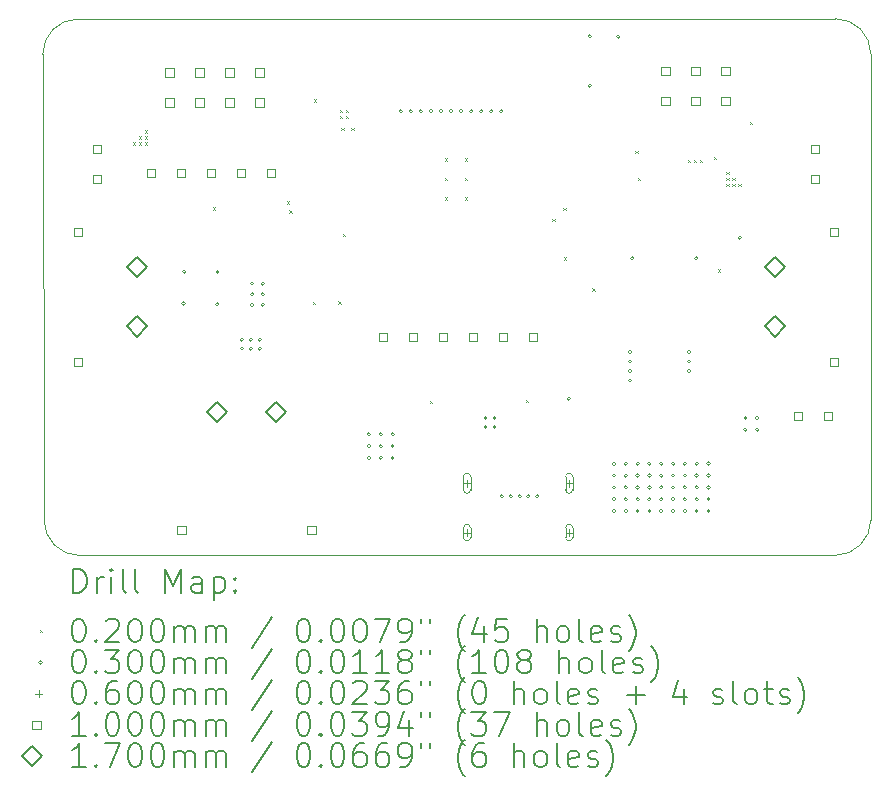
<source format=gbr>
%TF.GenerationSoftware,KiCad,Pcbnew,8.0.5*%
%TF.CreationDate,2024-10-31T19:08:07-07:00*%
%TF.ProjectId,PIG-19,5049472d-3139-42e6-9b69-6361645f7063,rev?*%
%TF.SameCoordinates,Original*%
%TF.FileFunction,Drillmap*%
%TF.FilePolarity,Positive*%
%FSLAX45Y45*%
G04 Gerber Fmt 4.5, Leading zero omitted, Abs format (unit mm)*
G04 Created by KiCad (PCBNEW 8.0.5) date 2024-10-31 19:08:07*
%MOMM*%
%LPD*%
G01*
G04 APERTURE LIST*
%ADD10C,0.050000*%
%ADD11C,0.200000*%
%ADD12C,0.100000*%
%ADD13C,0.170000*%
G04 APERTURE END LIST*
D10*
X12799726Y-10001214D02*
G75*
G02*
X12499087Y-9702120I-647J299994D01*
G01*
X19199147Y-10000055D02*
X12799726Y-10001214D01*
X12499095Y-9702120D02*
X12487195Y-5758752D01*
X19499936Y-5756905D02*
X19499091Y-9699148D01*
X19499091Y-9699148D02*
G75*
G02*
X19199147Y-10000052I-300001J-902D01*
G01*
X19199846Y-5456841D02*
G75*
G02*
X19499929Y-5756905I94J-299989D01*
G01*
X12787195Y-5458752D02*
X19199846Y-5456841D01*
X12487195Y-5758752D02*
G75*
G02*
X12787195Y-5458746I300005J2D01*
G01*
D11*
D12*
X13252195Y-6502752D02*
X13272195Y-6522752D01*
X13272195Y-6502752D02*
X13252195Y-6522752D01*
X13302195Y-6452752D02*
X13322195Y-6472752D01*
X13322195Y-6452752D02*
X13302195Y-6472752D01*
X13302195Y-6502752D02*
X13322195Y-6522752D01*
X13322195Y-6502752D02*
X13302195Y-6522752D01*
X13352195Y-6402752D02*
X13372195Y-6422752D01*
X13372195Y-6402752D02*
X13352195Y-6422752D01*
X13352195Y-6452752D02*
X13372195Y-6472752D01*
X13372195Y-6452752D02*
X13352195Y-6472752D01*
X13352195Y-6502752D02*
X13372195Y-6522752D01*
X13372195Y-6502752D02*
X13352195Y-6522752D01*
X13927195Y-7052752D02*
X13947195Y-7072752D01*
X13947195Y-7052752D02*
X13927195Y-7072752D01*
X14552195Y-7002752D02*
X14572195Y-7022752D01*
X14572195Y-7002752D02*
X14552195Y-7022752D01*
X14577195Y-7077752D02*
X14597195Y-7097752D01*
X14597195Y-7077752D02*
X14577195Y-7097752D01*
X14777195Y-7852752D02*
X14797195Y-7872752D01*
X14797195Y-7852752D02*
X14777195Y-7872752D01*
X14782195Y-6140000D02*
X14802195Y-6160000D01*
X14802195Y-6140000D02*
X14782195Y-6160000D01*
X14990000Y-7850000D02*
X15010000Y-7870000D01*
X15010000Y-7850000D02*
X14990000Y-7870000D01*
X15002195Y-6227752D02*
X15022195Y-6247752D01*
X15022195Y-6227752D02*
X15002195Y-6247752D01*
X15002195Y-6277752D02*
X15022195Y-6297752D01*
X15022195Y-6277752D02*
X15002195Y-6297752D01*
X15015000Y-6380252D02*
X15035000Y-6400252D01*
X15035000Y-6380252D02*
X15015000Y-6400252D01*
X15027195Y-7277752D02*
X15047195Y-7297752D01*
X15047195Y-7277752D02*
X15027195Y-7297752D01*
X15052195Y-6227752D02*
X15072195Y-6247752D01*
X15072195Y-6227752D02*
X15052195Y-6247752D01*
X15052195Y-6277752D02*
X15072195Y-6297752D01*
X15072195Y-6277752D02*
X15052195Y-6297752D01*
X15100000Y-6380000D02*
X15120000Y-6400000D01*
X15120000Y-6380000D02*
X15100000Y-6400000D01*
X15765000Y-8690000D02*
X15785000Y-8710000D01*
X15785000Y-8690000D02*
X15765000Y-8710000D01*
X15894695Y-6640252D02*
X15914695Y-6660252D01*
X15914695Y-6640252D02*
X15894695Y-6660252D01*
X15894695Y-6805252D02*
X15914695Y-6825252D01*
X15914695Y-6805252D02*
X15894695Y-6825252D01*
X15894695Y-6970252D02*
X15914695Y-6990252D01*
X15914695Y-6970252D02*
X15894695Y-6990252D01*
X16059695Y-6640252D02*
X16079695Y-6660252D01*
X16079695Y-6640252D02*
X16059695Y-6660252D01*
X16059695Y-6805252D02*
X16079695Y-6825252D01*
X16079695Y-6805252D02*
X16059695Y-6825252D01*
X16059695Y-6970252D02*
X16079695Y-6990252D01*
X16079695Y-6970252D02*
X16059695Y-6990252D01*
X16577195Y-8682805D02*
X16597195Y-8702805D01*
X16597195Y-8682805D02*
X16577195Y-8702805D01*
X16802196Y-7150000D02*
X16822196Y-7170000D01*
X16822196Y-7150000D02*
X16802196Y-7170000D01*
X16894696Y-7060252D02*
X16914696Y-7080252D01*
X16914696Y-7060252D02*
X16894696Y-7080252D01*
X16902196Y-7477752D02*
X16922196Y-7497752D01*
X16922196Y-7477752D02*
X16902196Y-7497752D01*
X17140000Y-7740000D02*
X17160000Y-7760000D01*
X17160000Y-7740000D02*
X17140000Y-7760000D01*
X17506737Y-6573211D02*
X17526737Y-6593211D01*
X17526737Y-6573211D02*
X17506737Y-6593211D01*
X17527196Y-6802752D02*
X17547196Y-6822752D01*
X17547196Y-6802752D02*
X17527196Y-6822752D01*
X17952196Y-6652752D02*
X17972196Y-6672752D01*
X17972196Y-6652752D02*
X17952196Y-6672752D01*
X18002196Y-6652752D02*
X18022196Y-6672752D01*
X18022196Y-6652752D02*
X18002196Y-6672752D01*
X18052196Y-6652752D02*
X18072196Y-6672752D01*
X18072196Y-6652752D02*
X18052196Y-6672752D01*
X18172196Y-6627752D02*
X18192196Y-6647752D01*
X18192196Y-6627752D02*
X18172196Y-6647752D01*
X18202196Y-7577752D02*
X18222196Y-7597752D01*
X18222196Y-7577752D02*
X18202196Y-7597752D01*
X18277196Y-6752752D02*
X18297196Y-6772752D01*
X18297196Y-6752752D02*
X18277196Y-6772752D01*
X18277196Y-6802752D02*
X18297196Y-6822752D01*
X18297196Y-6802752D02*
X18277196Y-6822752D01*
X18277196Y-6852752D02*
X18297196Y-6872752D01*
X18297196Y-6852752D02*
X18277196Y-6872752D01*
X18327196Y-6802752D02*
X18347196Y-6822752D01*
X18347196Y-6802752D02*
X18327196Y-6822752D01*
X18327196Y-6852752D02*
X18347196Y-6872752D01*
X18347196Y-6852752D02*
X18327196Y-6872752D01*
X18377196Y-6852752D02*
X18397196Y-6872752D01*
X18397196Y-6852752D02*
X18377196Y-6872752D01*
X18477196Y-6327752D02*
X18497196Y-6347752D01*
X18497196Y-6327752D02*
X18477196Y-6347752D01*
X13695000Y-7870000D02*
G75*
G02*
X13665000Y-7870000I-15000J0D01*
G01*
X13665000Y-7870000D02*
G75*
G02*
X13695000Y-7870000I15000J0D01*
G01*
X13702195Y-7600000D02*
G75*
G02*
X13672195Y-7600000I-15000J0D01*
G01*
X13672195Y-7600000D02*
G75*
G02*
X13702195Y-7600000I15000J0D01*
G01*
X13980000Y-7875000D02*
G75*
G02*
X13950000Y-7875000I-15000J0D01*
G01*
X13950000Y-7875000D02*
G75*
G02*
X13980000Y-7875000I15000J0D01*
G01*
X13982500Y-7602500D02*
G75*
G02*
X13952500Y-7602500I-15000J0D01*
G01*
X13952500Y-7602500D02*
G75*
G02*
X13982500Y-7602500I15000J0D01*
G01*
X14190000Y-8175000D02*
G75*
G02*
X14160000Y-8175000I-15000J0D01*
G01*
X14160000Y-8175000D02*
G75*
G02*
X14190000Y-8175000I15000J0D01*
G01*
X14190000Y-8250000D02*
G75*
G02*
X14160000Y-8250000I-15000J0D01*
G01*
X14160000Y-8250000D02*
G75*
G02*
X14190000Y-8250000I15000J0D01*
G01*
X14265000Y-8175000D02*
G75*
G02*
X14235000Y-8175000I-15000J0D01*
G01*
X14235000Y-8175000D02*
G75*
G02*
X14265000Y-8175000I15000J0D01*
G01*
X14265000Y-8250000D02*
G75*
G02*
X14235000Y-8250000I-15000J0D01*
G01*
X14235000Y-8250000D02*
G75*
G02*
X14265000Y-8250000I15000J0D01*
G01*
X14275000Y-7700000D02*
G75*
G02*
X14245000Y-7700000I-15000J0D01*
G01*
X14245000Y-7700000D02*
G75*
G02*
X14275000Y-7700000I15000J0D01*
G01*
X14275000Y-7790000D02*
G75*
G02*
X14245000Y-7790000I-15000J0D01*
G01*
X14245000Y-7790000D02*
G75*
G02*
X14275000Y-7790000I15000J0D01*
G01*
X14275000Y-7880000D02*
G75*
G02*
X14245000Y-7880000I-15000J0D01*
G01*
X14245000Y-7880000D02*
G75*
G02*
X14275000Y-7880000I15000J0D01*
G01*
X14340000Y-8175000D02*
G75*
G02*
X14310000Y-8175000I-15000J0D01*
G01*
X14310000Y-8175000D02*
G75*
G02*
X14340000Y-8175000I15000J0D01*
G01*
X14340000Y-8250000D02*
G75*
G02*
X14310000Y-8250000I-15000J0D01*
G01*
X14310000Y-8250000D02*
G75*
G02*
X14340000Y-8250000I15000J0D01*
G01*
X14365000Y-7700000D02*
G75*
G02*
X14335000Y-7700000I-15000J0D01*
G01*
X14335000Y-7700000D02*
G75*
G02*
X14365000Y-7700000I15000J0D01*
G01*
X14365000Y-7790000D02*
G75*
G02*
X14335000Y-7790000I-15000J0D01*
G01*
X14335000Y-7790000D02*
G75*
G02*
X14365000Y-7790000I15000J0D01*
G01*
X14365000Y-7880000D02*
G75*
G02*
X14335000Y-7880000I-15000J0D01*
G01*
X14335000Y-7880000D02*
G75*
G02*
X14365000Y-7880000I15000J0D01*
G01*
X15265000Y-8975000D02*
G75*
G02*
X15235000Y-8975000I-15000J0D01*
G01*
X15235000Y-8975000D02*
G75*
G02*
X15265000Y-8975000I15000J0D01*
G01*
X15265000Y-9075000D02*
G75*
G02*
X15235000Y-9075000I-15000J0D01*
G01*
X15235000Y-9075000D02*
G75*
G02*
X15265000Y-9075000I15000J0D01*
G01*
X15265000Y-9175000D02*
G75*
G02*
X15235000Y-9175000I-15000J0D01*
G01*
X15235000Y-9175000D02*
G75*
G02*
X15265000Y-9175000I15000J0D01*
G01*
X15365000Y-8975000D02*
G75*
G02*
X15335000Y-8975000I-15000J0D01*
G01*
X15335000Y-8975000D02*
G75*
G02*
X15365000Y-8975000I15000J0D01*
G01*
X15365000Y-9075000D02*
G75*
G02*
X15335000Y-9075000I-15000J0D01*
G01*
X15335000Y-9075000D02*
G75*
G02*
X15365000Y-9075000I15000J0D01*
G01*
X15365000Y-9175000D02*
G75*
G02*
X15335000Y-9175000I-15000J0D01*
G01*
X15335000Y-9175000D02*
G75*
G02*
X15365000Y-9175000I15000J0D01*
G01*
X15465000Y-8975000D02*
G75*
G02*
X15435000Y-8975000I-15000J0D01*
G01*
X15435000Y-8975000D02*
G75*
G02*
X15465000Y-8975000I15000J0D01*
G01*
X15465000Y-9075000D02*
G75*
G02*
X15435000Y-9075000I-15000J0D01*
G01*
X15435000Y-9075000D02*
G75*
G02*
X15465000Y-9075000I15000J0D01*
G01*
X15465000Y-9175000D02*
G75*
G02*
X15435000Y-9175000I-15000J0D01*
G01*
X15435000Y-9175000D02*
G75*
G02*
X15465000Y-9175000I15000J0D01*
G01*
X15535000Y-6240000D02*
G75*
G02*
X15505000Y-6240000I-15000J0D01*
G01*
X15505000Y-6240000D02*
G75*
G02*
X15535000Y-6240000I15000J0D01*
G01*
X15620000Y-6240000D02*
G75*
G02*
X15590000Y-6240000I-15000J0D01*
G01*
X15590000Y-6240000D02*
G75*
G02*
X15620000Y-6240000I15000J0D01*
G01*
X15705000Y-6240000D02*
G75*
G02*
X15675000Y-6240000I-15000J0D01*
G01*
X15675000Y-6240000D02*
G75*
G02*
X15705000Y-6240000I15000J0D01*
G01*
X15790000Y-6240000D02*
G75*
G02*
X15760000Y-6240000I-15000J0D01*
G01*
X15760000Y-6240000D02*
G75*
G02*
X15790000Y-6240000I15000J0D01*
G01*
X15875000Y-6240000D02*
G75*
G02*
X15845000Y-6240000I-15000J0D01*
G01*
X15845000Y-6240000D02*
G75*
G02*
X15875000Y-6240000I15000J0D01*
G01*
X15960000Y-6240000D02*
G75*
G02*
X15930000Y-6240000I-15000J0D01*
G01*
X15930000Y-6240000D02*
G75*
G02*
X15960000Y-6240000I15000J0D01*
G01*
X16045000Y-6240000D02*
G75*
G02*
X16015000Y-6240000I-15000J0D01*
G01*
X16015000Y-6240000D02*
G75*
G02*
X16045000Y-6240000I15000J0D01*
G01*
X16130000Y-6240000D02*
G75*
G02*
X16100000Y-6240000I-15000J0D01*
G01*
X16100000Y-6240000D02*
G75*
G02*
X16130000Y-6240000I15000J0D01*
G01*
X16215000Y-6240000D02*
G75*
G02*
X16185000Y-6240000I-15000J0D01*
G01*
X16185000Y-6240000D02*
G75*
G02*
X16215000Y-6240000I15000J0D01*
G01*
X16252195Y-8837752D02*
G75*
G02*
X16222195Y-8837752I-15000J0D01*
G01*
X16222195Y-8837752D02*
G75*
G02*
X16252195Y-8837752I15000J0D01*
G01*
X16252195Y-8912752D02*
G75*
G02*
X16222195Y-8912752I-15000J0D01*
G01*
X16222195Y-8912752D02*
G75*
G02*
X16252195Y-8912752I15000J0D01*
G01*
X16300000Y-6240000D02*
G75*
G02*
X16270000Y-6240000I-15000J0D01*
G01*
X16270000Y-6240000D02*
G75*
G02*
X16300000Y-6240000I15000J0D01*
G01*
X16327195Y-8837752D02*
G75*
G02*
X16297195Y-8837752I-15000J0D01*
G01*
X16297195Y-8837752D02*
G75*
G02*
X16327195Y-8837752I15000J0D01*
G01*
X16327195Y-8912752D02*
G75*
G02*
X16297195Y-8912752I-15000J0D01*
G01*
X16297195Y-8912752D02*
G75*
G02*
X16327195Y-8912752I15000J0D01*
G01*
X16385000Y-6240000D02*
G75*
G02*
X16355000Y-6240000I-15000J0D01*
G01*
X16355000Y-6240000D02*
G75*
G02*
X16385000Y-6240000I15000J0D01*
G01*
X16390000Y-9500000D02*
G75*
G02*
X16360000Y-9500000I-15000J0D01*
G01*
X16360000Y-9500000D02*
G75*
G02*
X16390000Y-9500000I15000J0D01*
G01*
X16465000Y-9500000D02*
G75*
G02*
X16435000Y-9500000I-15000J0D01*
G01*
X16435000Y-9500000D02*
G75*
G02*
X16465000Y-9500000I15000J0D01*
G01*
X16540000Y-9500000D02*
G75*
G02*
X16510000Y-9500000I-15000J0D01*
G01*
X16510000Y-9500000D02*
G75*
G02*
X16540000Y-9500000I15000J0D01*
G01*
X16615000Y-9500000D02*
G75*
G02*
X16585000Y-9500000I-15000J0D01*
G01*
X16585000Y-9500000D02*
G75*
G02*
X16615000Y-9500000I15000J0D01*
G01*
X16690000Y-9500000D02*
G75*
G02*
X16660000Y-9500000I-15000J0D01*
G01*
X16660000Y-9500000D02*
G75*
G02*
X16690000Y-9500000I15000J0D01*
G01*
X16955000Y-8675000D02*
G75*
G02*
X16925000Y-8675000I-15000J0D01*
G01*
X16925000Y-8675000D02*
G75*
G02*
X16955000Y-8675000I15000J0D01*
G01*
X17135000Y-5605000D02*
G75*
G02*
X17105000Y-5605000I-15000J0D01*
G01*
X17105000Y-5605000D02*
G75*
G02*
X17135000Y-5605000I15000J0D01*
G01*
X17135000Y-6025000D02*
G75*
G02*
X17105000Y-6025000I-15000J0D01*
G01*
X17105000Y-6025000D02*
G75*
G02*
X17135000Y-6025000I15000J0D01*
G01*
X17340000Y-9225000D02*
G75*
G02*
X17310000Y-9225000I-15000J0D01*
G01*
X17310000Y-9225000D02*
G75*
G02*
X17340000Y-9225000I15000J0D01*
G01*
X17340000Y-9325000D02*
G75*
G02*
X17310000Y-9325000I-15000J0D01*
G01*
X17310000Y-9325000D02*
G75*
G02*
X17340000Y-9325000I15000J0D01*
G01*
X17340000Y-9425000D02*
G75*
G02*
X17310000Y-9425000I-15000J0D01*
G01*
X17310000Y-9425000D02*
G75*
G02*
X17340000Y-9425000I15000J0D01*
G01*
X17340000Y-9525000D02*
G75*
G02*
X17310000Y-9525000I-15000J0D01*
G01*
X17310000Y-9525000D02*
G75*
G02*
X17340000Y-9525000I15000J0D01*
G01*
X17340000Y-9625000D02*
G75*
G02*
X17310000Y-9625000I-15000J0D01*
G01*
X17310000Y-9625000D02*
G75*
G02*
X17340000Y-9625000I15000J0D01*
G01*
X17375000Y-5610000D02*
G75*
G02*
X17345000Y-5610000I-15000J0D01*
G01*
X17345000Y-5610000D02*
G75*
G02*
X17375000Y-5610000I15000J0D01*
G01*
X17440000Y-9225000D02*
G75*
G02*
X17410000Y-9225000I-15000J0D01*
G01*
X17410000Y-9225000D02*
G75*
G02*
X17440000Y-9225000I15000J0D01*
G01*
X17440000Y-9325000D02*
G75*
G02*
X17410000Y-9325000I-15000J0D01*
G01*
X17410000Y-9325000D02*
G75*
G02*
X17440000Y-9325000I15000J0D01*
G01*
X17440000Y-9425000D02*
G75*
G02*
X17410000Y-9425000I-15000J0D01*
G01*
X17410000Y-9425000D02*
G75*
G02*
X17440000Y-9425000I15000J0D01*
G01*
X17440000Y-9525000D02*
G75*
G02*
X17410000Y-9525000I-15000J0D01*
G01*
X17410000Y-9525000D02*
G75*
G02*
X17440000Y-9525000I15000J0D01*
G01*
X17440000Y-9625000D02*
G75*
G02*
X17410000Y-9625000I-15000J0D01*
G01*
X17410000Y-9625000D02*
G75*
G02*
X17440000Y-9625000I15000J0D01*
G01*
X17475000Y-8280000D02*
G75*
G02*
X17445000Y-8280000I-15000J0D01*
G01*
X17445000Y-8280000D02*
G75*
G02*
X17475000Y-8280000I15000J0D01*
G01*
X17475000Y-8360000D02*
G75*
G02*
X17445000Y-8360000I-15000J0D01*
G01*
X17445000Y-8360000D02*
G75*
G02*
X17475000Y-8360000I15000J0D01*
G01*
X17475000Y-8440000D02*
G75*
G02*
X17445000Y-8440000I-15000J0D01*
G01*
X17445000Y-8440000D02*
G75*
G02*
X17475000Y-8440000I15000J0D01*
G01*
X17475000Y-8520000D02*
G75*
G02*
X17445000Y-8520000I-15000J0D01*
G01*
X17445000Y-8520000D02*
G75*
G02*
X17475000Y-8520000I15000J0D01*
G01*
X17495000Y-7485000D02*
G75*
G02*
X17465000Y-7485000I-15000J0D01*
G01*
X17465000Y-7485000D02*
G75*
G02*
X17495000Y-7485000I15000J0D01*
G01*
X17540000Y-9225000D02*
G75*
G02*
X17510000Y-9225000I-15000J0D01*
G01*
X17510000Y-9225000D02*
G75*
G02*
X17540000Y-9225000I15000J0D01*
G01*
X17540000Y-9325000D02*
G75*
G02*
X17510000Y-9325000I-15000J0D01*
G01*
X17510000Y-9325000D02*
G75*
G02*
X17540000Y-9325000I15000J0D01*
G01*
X17540000Y-9425000D02*
G75*
G02*
X17510000Y-9425000I-15000J0D01*
G01*
X17510000Y-9425000D02*
G75*
G02*
X17540000Y-9425000I15000J0D01*
G01*
X17540000Y-9525000D02*
G75*
G02*
X17510000Y-9525000I-15000J0D01*
G01*
X17510000Y-9525000D02*
G75*
G02*
X17540000Y-9525000I15000J0D01*
G01*
X17540000Y-9625000D02*
G75*
G02*
X17510000Y-9625000I-15000J0D01*
G01*
X17510000Y-9625000D02*
G75*
G02*
X17540000Y-9625000I15000J0D01*
G01*
X17640000Y-9225000D02*
G75*
G02*
X17610000Y-9225000I-15000J0D01*
G01*
X17610000Y-9225000D02*
G75*
G02*
X17640000Y-9225000I15000J0D01*
G01*
X17640000Y-9325000D02*
G75*
G02*
X17610000Y-9325000I-15000J0D01*
G01*
X17610000Y-9325000D02*
G75*
G02*
X17640000Y-9325000I15000J0D01*
G01*
X17640000Y-9425000D02*
G75*
G02*
X17610000Y-9425000I-15000J0D01*
G01*
X17610000Y-9425000D02*
G75*
G02*
X17640000Y-9425000I15000J0D01*
G01*
X17640000Y-9525000D02*
G75*
G02*
X17610000Y-9525000I-15000J0D01*
G01*
X17610000Y-9525000D02*
G75*
G02*
X17640000Y-9525000I15000J0D01*
G01*
X17640000Y-9625000D02*
G75*
G02*
X17610000Y-9625000I-15000J0D01*
G01*
X17610000Y-9625000D02*
G75*
G02*
X17640000Y-9625000I15000J0D01*
G01*
X17740000Y-9225000D02*
G75*
G02*
X17710000Y-9225000I-15000J0D01*
G01*
X17710000Y-9225000D02*
G75*
G02*
X17740000Y-9225000I15000J0D01*
G01*
X17740000Y-9325000D02*
G75*
G02*
X17710000Y-9325000I-15000J0D01*
G01*
X17710000Y-9325000D02*
G75*
G02*
X17740000Y-9325000I15000J0D01*
G01*
X17740000Y-9425000D02*
G75*
G02*
X17710000Y-9425000I-15000J0D01*
G01*
X17710000Y-9425000D02*
G75*
G02*
X17740000Y-9425000I15000J0D01*
G01*
X17740000Y-9525000D02*
G75*
G02*
X17710000Y-9525000I-15000J0D01*
G01*
X17710000Y-9525000D02*
G75*
G02*
X17740000Y-9525000I15000J0D01*
G01*
X17740000Y-9625000D02*
G75*
G02*
X17710000Y-9625000I-15000J0D01*
G01*
X17710000Y-9625000D02*
G75*
G02*
X17740000Y-9625000I15000J0D01*
G01*
X17840000Y-9225000D02*
G75*
G02*
X17810000Y-9225000I-15000J0D01*
G01*
X17810000Y-9225000D02*
G75*
G02*
X17840000Y-9225000I15000J0D01*
G01*
X17840000Y-9325000D02*
G75*
G02*
X17810000Y-9325000I-15000J0D01*
G01*
X17810000Y-9325000D02*
G75*
G02*
X17840000Y-9325000I15000J0D01*
G01*
X17840000Y-9425000D02*
G75*
G02*
X17810000Y-9425000I-15000J0D01*
G01*
X17810000Y-9425000D02*
G75*
G02*
X17840000Y-9425000I15000J0D01*
G01*
X17840000Y-9525000D02*
G75*
G02*
X17810000Y-9525000I-15000J0D01*
G01*
X17810000Y-9525000D02*
G75*
G02*
X17840000Y-9525000I15000J0D01*
G01*
X17840000Y-9625000D02*
G75*
G02*
X17810000Y-9625000I-15000J0D01*
G01*
X17810000Y-9625000D02*
G75*
G02*
X17840000Y-9625000I15000J0D01*
G01*
X17940000Y-9225000D02*
G75*
G02*
X17910000Y-9225000I-15000J0D01*
G01*
X17910000Y-9225000D02*
G75*
G02*
X17940000Y-9225000I15000J0D01*
G01*
X17940000Y-9325000D02*
G75*
G02*
X17910000Y-9325000I-15000J0D01*
G01*
X17910000Y-9325000D02*
G75*
G02*
X17940000Y-9325000I15000J0D01*
G01*
X17940000Y-9425000D02*
G75*
G02*
X17910000Y-9425000I-15000J0D01*
G01*
X17910000Y-9425000D02*
G75*
G02*
X17940000Y-9425000I15000J0D01*
G01*
X17940000Y-9525000D02*
G75*
G02*
X17910000Y-9525000I-15000J0D01*
G01*
X17910000Y-9525000D02*
G75*
G02*
X17940000Y-9525000I15000J0D01*
G01*
X17940000Y-9625000D02*
G75*
G02*
X17910000Y-9625000I-15000J0D01*
G01*
X17910000Y-9625000D02*
G75*
G02*
X17940000Y-9625000I15000J0D01*
G01*
X17975000Y-8280000D02*
G75*
G02*
X17945000Y-8280000I-15000J0D01*
G01*
X17945000Y-8280000D02*
G75*
G02*
X17975000Y-8280000I15000J0D01*
G01*
X17975000Y-8360000D02*
G75*
G02*
X17945000Y-8360000I-15000J0D01*
G01*
X17945000Y-8360000D02*
G75*
G02*
X17975000Y-8360000I15000J0D01*
G01*
X17975000Y-8440000D02*
G75*
G02*
X17945000Y-8440000I-15000J0D01*
G01*
X17945000Y-8440000D02*
G75*
G02*
X17975000Y-8440000I15000J0D01*
G01*
X18035000Y-7485000D02*
G75*
G02*
X18005000Y-7485000I-15000J0D01*
G01*
X18005000Y-7485000D02*
G75*
G02*
X18035000Y-7485000I15000J0D01*
G01*
X18040000Y-9225000D02*
G75*
G02*
X18010000Y-9225000I-15000J0D01*
G01*
X18010000Y-9225000D02*
G75*
G02*
X18040000Y-9225000I15000J0D01*
G01*
X18040000Y-9325000D02*
G75*
G02*
X18010000Y-9325000I-15000J0D01*
G01*
X18010000Y-9325000D02*
G75*
G02*
X18040000Y-9325000I15000J0D01*
G01*
X18040000Y-9425000D02*
G75*
G02*
X18010000Y-9425000I-15000J0D01*
G01*
X18010000Y-9425000D02*
G75*
G02*
X18040000Y-9425000I15000J0D01*
G01*
X18040000Y-9525000D02*
G75*
G02*
X18010000Y-9525000I-15000J0D01*
G01*
X18010000Y-9525000D02*
G75*
G02*
X18040000Y-9525000I15000J0D01*
G01*
X18040000Y-9625000D02*
G75*
G02*
X18010000Y-9625000I-15000J0D01*
G01*
X18010000Y-9625000D02*
G75*
G02*
X18040000Y-9625000I15000J0D01*
G01*
X18140000Y-9225000D02*
G75*
G02*
X18110000Y-9225000I-15000J0D01*
G01*
X18110000Y-9225000D02*
G75*
G02*
X18140000Y-9225000I15000J0D01*
G01*
X18140000Y-9325000D02*
G75*
G02*
X18110000Y-9325000I-15000J0D01*
G01*
X18110000Y-9325000D02*
G75*
G02*
X18140000Y-9325000I15000J0D01*
G01*
X18140000Y-9425000D02*
G75*
G02*
X18110000Y-9425000I-15000J0D01*
G01*
X18110000Y-9425000D02*
G75*
G02*
X18140000Y-9425000I15000J0D01*
G01*
X18140000Y-9525000D02*
G75*
G02*
X18110000Y-9525000I-15000J0D01*
G01*
X18110000Y-9525000D02*
G75*
G02*
X18140000Y-9525000I15000J0D01*
G01*
X18140000Y-9625000D02*
G75*
G02*
X18110000Y-9625000I-15000J0D01*
G01*
X18110000Y-9625000D02*
G75*
G02*
X18140000Y-9625000I15000J0D01*
G01*
X18405000Y-7310000D02*
G75*
G02*
X18375000Y-7310000I-15000J0D01*
G01*
X18375000Y-7310000D02*
G75*
G02*
X18405000Y-7310000I15000J0D01*
G01*
X18452196Y-8837752D02*
G75*
G02*
X18422196Y-8837752I-15000J0D01*
G01*
X18422196Y-8837752D02*
G75*
G02*
X18452196Y-8837752I15000J0D01*
G01*
X18452196Y-8937752D02*
G75*
G02*
X18422196Y-8937752I-15000J0D01*
G01*
X18422196Y-8937752D02*
G75*
G02*
X18452196Y-8937752I15000J0D01*
G01*
X18552196Y-8837752D02*
G75*
G02*
X18522196Y-8837752I-15000J0D01*
G01*
X18522196Y-8837752D02*
G75*
G02*
X18552196Y-8837752I15000J0D01*
G01*
X18552196Y-8937752D02*
G75*
G02*
X18522196Y-8937752I-15000J0D01*
G01*
X18522196Y-8937752D02*
G75*
G02*
X18552196Y-8937752I15000J0D01*
G01*
X16080195Y-9359752D02*
X16080195Y-9419752D01*
X16050195Y-9389752D02*
X16110195Y-9389752D01*
X16050195Y-9334752D02*
X16050195Y-9444752D01*
X16110195Y-9444752D02*
G75*
G02*
X16050195Y-9444752I-30000J0D01*
G01*
X16110195Y-9444752D02*
X16110195Y-9334752D01*
X16110195Y-9334752D02*
G75*
G03*
X16050195Y-9334752I-30000J0D01*
G01*
X16080195Y-9777752D02*
X16080195Y-9837752D01*
X16050195Y-9807752D02*
X16110195Y-9807752D01*
X16050195Y-9767752D02*
X16050195Y-9847752D01*
X16110195Y-9847752D02*
G75*
G02*
X16050195Y-9847752I-30000J0D01*
G01*
X16110195Y-9847752D02*
X16110195Y-9767752D01*
X16110195Y-9767752D02*
G75*
G03*
X16050195Y-9767752I-30000J0D01*
G01*
X16944196Y-9359752D02*
X16944196Y-9419752D01*
X16914196Y-9389752D02*
X16974196Y-9389752D01*
X16914196Y-9334752D02*
X16914196Y-9444752D01*
X16974196Y-9444752D02*
G75*
G02*
X16914196Y-9444752I-30000J0D01*
G01*
X16974196Y-9444752D02*
X16974196Y-9334752D01*
X16974196Y-9334752D02*
G75*
G03*
X16914196Y-9334752I-30000J0D01*
G01*
X16944196Y-9777752D02*
X16944196Y-9837752D01*
X16914196Y-9807752D02*
X16974196Y-9807752D01*
X16914196Y-9767752D02*
X16914196Y-9847752D01*
X16974196Y-9847752D02*
G75*
G02*
X16914196Y-9847752I-30000J0D01*
G01*
X16974196Y-9847752D02*
X16974196Y-9767752D01*
X16974196Y-9767752D02*
G75*
G03*
X16914196Y-9767752I-30000J0D01*
G01*
X12822551Y-7298107D02*
X12822551Y-7227396D01*
X12751840Y-7227396D01*
X12751840Y-7298107D01*
X12822551Y-7298107D01*
X12822551Y-8398108D02*
X12822551Y-8327396D01*
X12751840Y-8327396D01*
X12751840Y-8398108D01*
X12822551Y-8398108D01*
X12985051Y-6594107D02*
X12985051Y-6523396D01*
X12914340Y-6523396D01*
X12914340Y-6594107D01*
X12985051Y-6594107D01*
X12985051Y-6848107D02*
X12985051Y-6777396D01*
X12914340Y-6777396D01*
X12914340Y-6848107D01*
X12985051Y-6848107D01*
X13439051Y-6798107D02*
X13439051Y-6727396D01*
X13368340Y-6727396D01*
X13368340Y-6798107D01*
X13439051Y-6798107D01*
X13597551Y-5948107D02*
X13597551Y-5877396D01*
X13526840Y-5877396D01*
X13526840Y-5948107D01*
X13597551Y-5948107D01*
X13597551Y-6202107D02*
X13597551Y-6131396D01*
X13526840Y-6131396D01*
X13526840Y-6202107D01*
X13597551Y-6202107D01*
X13693051Y-6798107D02*
X13693051Y-6727396D01*
X13622340Y-6727396D01*
X13622340Y-6798107D01*
X13693051Y-6798107D01*
X13697551Y-9822533D02*
X13697551Y-9751821D01*
X13626840Y-9751821D01*
X13626840Y-9822533D01*
X13697551Y-9822533D01*
X13851551Y-5948107D02*
X13851551Y-5877396D01*
X13780840Y-5877396D01*
X13780840Y-5948107D01*
X13851551Y-5948107D01*
X13851551Y-6202107D02*
X13851551Y-6131396D01*
X13780840Y-6131396D01*
X13780840Y-6202107D01*
X13851551Y-6202107D01*
X13947051Y-6798107D02*
X13947051Y-6727396D01*
X13876340Y-6727396D01*
X13876340Y-6798107D01*
X13947051Y-6798107D01*
X14105551Y-5948107D02*
X14105551Y-5877396D01*
X14034840Y-5877396D01*
X14034840Y-5948107D01*
X14105551Y-5948107D01*
X14105551Y-6202107D02*
X14105551Y-6131396D01*
X14034840Y-6131396D01*
X14034840Y-6202107D01*
X14105551Y-6202107D01*
X14201051Y-6798107D02*
X14201051Y-6727396D01*
X14130340Y-6727396D01*
X14130340Y-6798107D01*
X14201051Y-6798107D01*
X14359551Y-5948107D02*
X14359551Y-5877396D01*
X14288840Y-5877396D01*
X14288840Y-5948107D01*
X14359551Y-5948107D01*
X14359551Y-6202107D02*
X14359551Y-6131396D01*
X14288840Y-6131396D01*
X14288840Y-6202107D01*
X14359551Y-6202107D01*
X14455051Y-6798107D02*
X14455051Y-6727396D01*
X14384340Y-6727396D01*
X14384340Y-6798107D01*
X14455051Y-6798107D01*
X14797551Y-9822533D02*
X14797551Y-9751821D01*
X14726840Y-9751821D01*
X14726840Y-9822533D01*
X14797551Y-9822533D01*
X15402356Y-8185356D02*
X15402356Y-8114644D01*
X15331644Y-8114644D01*
X15331644Y-8185356D01*
X15402356Y-8185356D01*
X15656356Y-8185356D02*
X15656356Y-8114644D01*
X15585644Y-8114644D01*
X15585644Y-8185356D01*
X15656356Y-8185356D01*
X15910356Y-8185356D02*
X15910356Y-8114644D01*
X15839644Y-8114644D01*
X15839644Y-8185356D01*
X15910356Y-8185356D01*
X16164356Y-8185356D02*
X16164356Y-8114644D01*
X16093644Y-8114644D01*
X16093644Y-8185356D01*
X16164356Y-8185356D01*
X16418356Y-8185356D02*
X16418356Y-8114644D01*
X16347644Y-8114644D01*
X16347644Y-8185356D01*
X16418356Y-8185356D01*
X16672356Y-8185356D02*
X16672356Y-8114644D01*
X16601644Y-8114644D01*
X16601644Y-8185356D01*
X16672356Y-8185356D01*
X17795051Y-5934107D02*
X17795051Y-5863396D01*
X17724340Y-5863396D01*
X17724340Y-5934107D01*
X17795051Y-5934107D01*
X17795051Y-6188107D02*
X17795051Y-6117396D01*
X17724340Y-6117396D01*
X17724340Y-6188107D01*
X17795051Y-6188107D01*
X18049051Y-5934107D02*
X18049051Y-5863396D01*
X17978340Y-5863396D01*
X17978340Y-5934107D01*
X18049051Y-5934107D01*
X18049051Y-6188107D02*
X18049051Y-6117396D01*
X17978340Y-6117396D01*
X17978340Y-6188107D01*
X18049051Y-6188107D01*
X18303051Y-5934107D02*
X18303051Y-5863396D01*
X18232340Y-5863396D01*
X18232340Y-5934107D01*
X18303051Y-5934107D01*
X18303051Y-6188107D02*
X18303051Y-6117396D01*
X18232340Y-6117396D01*
X18232340Y-6188107D01*
X18303051Y-6188107D01*
X18917856Y-8855356D02*
X18917856Y-8784644D01*
X18847144Y-8784644D01*
X18847144Y-8855356D01*
X18917856Y-8855356D01*
X19060051Y-6598107D02*
X19060051Y-6527396D01*
X18989340Y-6527396D01*
X18989340Y-6598107D01*
X19060051Y-6598107D01*
X19060051Y-6852107D02*
X19060051Y-6781396D01*
X18989340Y-6781396D01*
X18989340Y-6852107D01*
X19060051Y-6852107D01*
X19171856Y-8855356D02*
X19171856Y-8784644D01*
X19101144Y-8784644D01*
X19101144Y-8855356D01*
X19171856Y-8855356D01*
X19222551Y-7298107D02*
X19222551Y-7227396D01*
X19151840Y-7227396D01*
X19151840Y-7298107D01*
X19222551Y-7298107D01*
X19222551Y-8398108D02*
X19222551Y-8327396D01*
X19151840Y-8327396D01*
X19151840Y-8398108D01*
X19222551Y-8398108D01*
D13*
X13287195Y-7647752D02*
X13372195Y-7562752D01*
X13287195Y-7477752D01*
X13202195Y-7562752D01*
X13287195Y-7647752D01*
X13287195Y-8147752D02*
X13372195Y-8062752D01*
X13287195Y-7977752D01*
X13202195Y-8062752D01*
X13287195Y-8147752D01*
X13962195Y-8872177D02*
X14047195Y-8787177D01*
X13962195Y-8702177D01*
X13877195Y-8787177D01*
X13962195Y-8872177D01*
X14462195Y-8872177D02*
X14547195Y-8787177D01*
X14462195Y-8702177D01*
X14377195Y-8787177D01*
X14462195Y-8872177D01*
X18687196Y-7647752D02*
X18772196Y-7562752D01*
X18687196Y-7477752D01*
X18602196Y-7562752D01*
X18687196Y-7647752D01*
X18687196Y-8147752D02*
X18772196Y-8062752D01*
X18687196Y-7977752D01*
X18602196Y-8062752D01*
X18687196Y-8147752D01*
D11*
X12745472Y-10315198D02*
X12745472Y-10115198D01*
X12745472Y-10115198D02*
X12793091Y-10115198D01*
X12793091Y-10115198D02*
X12821663Y-10124722D01*
X12821663Y-10124722D02*
X12840710Y-10143770D01*
X12840710Y-10143770D02*
X12850234Y-10162817D01*
X12850234Y-10162817D02*
X12859758Y-10200913D01*
X12859758Y-10200913D02*
X12859758Y-10229484D01*
X12859758Y-10229484D02*
X12850234Y-10267579D01*
X12850234Y-10267579D02*
X12840710Y-10286627D01*
X12840710Y-10286627D02*
X12821663Y-10305675D01*
X12821663Y-10305675D02*
X12793091Y-10315198D01*
X12793091Y-10315198D02*
X12745472Y-10315198D01*
X12945472Y-10315198D02*
X12945472Y-10181865D01*
X12945472Y-10219960D02*
X12954996Y-10200913D01*
X12954996Y-10200913D02*
X12964520Y-10191389D01*
X12964520Y-10191389D02*
X12983567Y-10181865D01*
X12983567Y-10181865D02*
X13002615Y-10181865D01*
X13069282Y-10315198D02*
X13069282Y-10181865D01*
X13069282Y-10115198D02*
X13059758Y-10124722D01*
X13059758Y-10124722D02*
X13069282Y-10134246D01*
X13069282Y-10134246D02*
X13078806Y-10124722D01*
X13078806Y-10124722D02*
X13069282Y-10115198D01*
X13069282Y-10115198D02*
X13069282Y-10134246D01*
X13193091Y-10315198D02*
X13174044Y-10305675D01*
X13174044Y-10305675D02*
X13164520Y-10286627D01*
X13164520Y-10286627D02*
X13164520Y-10115198D01*
X13297853Y-10315198D02*
X13278806Y-10305675D01*
X13278806Y-10305675D02*
X13269282Y-10286627D01*
X13269282Y-10286627D02*
X13269282Y-10115198D01*
X13526425Y-10315198D02*
X13526425Y-10115198D01*
X13526425Y-10115198D02*
X13593091Y-10258056D01*
X13593091Y-10258056D02*
X13659758Y-10115198D01*
X13659758Y-10115198D02*
X13659758Y-10315198D01*
X13840710Y-10315198D02*
X13840710Y-10210437D01*
X13840710Y-10210437D02*
X13831187Y-10191389D01*
X13831187Y-10191389D02*
X13812139Y-10181865D01*
X13812139Y-10181865D02*
X13774044Y-10181865D01*
X13774044Y-10181865D02*
X13754996Y-10191389D01*
X13840710Y-10305675D02*
X13821663Y-10315198D01*
X13821663Y-10315198D02*
X13774044Y-10315198D01*
X13774044Y-10315198D02*
X13754996Y-10305675D01*
X13754996Y-10305675D02*
X13745472Y-10286627D01*
X13745472Y-10286627D02*
X13745472Y-10267579D01*
X13745472Y-10267579D02*
X13754996Y-10248532D01*
X13754996Y-10248532D02*
X13774044Y-10239008D01*
X13774044Y-10239008D02*
X13821663Y-10239008D01*
X13821663Y-10239008D02*
X13840710Y-10229484D01*
X13935948Y-10181865D02*
X13935948Y-10381865D01*
X13935948Y-10191389D02*
X13954996Y-10181865D01*
X13954996Y-10181865D02*
X13993091Y-10181865D01*
X13993091Y-10181865D02*
X14012139Y-10191389D01*
X14012139Y-10191389D02*
X14021663Y-10200913D01*
X14021663Y-10200913D02*
X14031187Y-10219960D01*
X14031187Y-10219960D02*
X14031187Y-10277103D01*
X14031187Y-10277103D02*
X14021663Y-10296151D01*
X14021663Y-10296151D02*
X14012139Y-10305675D01*
X14012139Y-10305675D02*
X13993091Y-10315198D01*
X13993091Y-10315198D02*
X13954996Y-10315198D01*
X13954996Y-10315198D02*
X13935948Y-10305675D01*
X14116901Y-10296151D02*
X14126425Y-10305675D01*
X14126425Y-10305675D02*
X14116901Y-10315198D01*
X14116901Y-10315198D02*
X14107377Y-10305675D01*
X14107377Y-10305675D02*
X14116901Y-10296151D01*
X14116901Y-10296151D02*
X14116901Y-10315198D01*
X14116901Y-10191389D02*
X14126425Y-10200913D01*
X14126425Y-10200913D02*
X14116901Y-10210437D01*
X14116901Y-10210437D02*
X14107377Y-10200913D01*
X14107377Y-10200913D02*
X14116901Y-10191389D01*
X14116901Y-10191389D02*
X14116901Y-10210437D01*
D12*
X12464695Y-10633715D02*
X12484695Y-10653715D01*
X12484695Y-10633715D02*
X12464695Y-10653715D01*
D11*
X12783567Y-10535198D02*
X12802615Y-10535198D01*
X12802615Y-10535198D02*
X12821663Y-10544722D01*
X12821663Y-10544722D02*
X12831187Y-10554246D01*
X12831187Y-10554246D02*
X12840710Y-10573294D01*
X12840710Y-10573294D02*
X12850234Y-10611389D01*
X12850234Y-10611389D02*
X12850234Y-10659008D01*
X12850234Y-10659008D02*
X12840710Y-10697103D01*
X12840710Y-10697103D02*
X12831187Y-10716151D01*
X12831187Y-10716151D02*
X12821663Y-10725675D01*
X12821663Y-10725675D02*
X12802615Y-10735198D01*
X12802615Y-10735198D02*
X12783567Y-10735198D01*
X12783567Y-10735198D02*
X12764520Y-10725675D01*
X12764520Y-10725675D02*
X12754996Y-10716151D01*
X12754996Y-10716151D02*
X12745472Y-10697103D01*
X12745472Y-10697103D02*
X12735948Y-10659008D01*
X12735948Y-10659008D02*
X12735948Y-10611389D01*
X12735948Y-10611389D02*
X12745472Y-10573294D01*
X12745472Y-10573294D02*
X12754996Y-10554246D01*
X12754996Y-10554246D02*
X12764520Y-10544722D01*
X12764520Y-10544722D02*
X12783567Y-10535198D01*
X12935948Y-10716151D02*
X12945472Y-10725675D01*
X12945472Y-10725675D02*
X12935948Y-10735198D01*
X12935948Y-10735198D02*
X12926425Y-10725675D01*
X12926425Y-10725675D02*
X12935948Y-10716151D01*
X12935948Y-10716151D02*
X12935948Y-10735198D01*
X13021663Y-10554246D02*
X13031187Y-10544722D01*
X13031187Y-10544722D02*
X13050234Y-10535198D01*
X13050234Y-10535198D02*
X13097853Y-10535198D01*
X13097853Y-10535198D02*
X13116901Y-10544722D01*
X13116901Y-10544722D02*
X13126425Y-10554246D01*
X13126425Y-10554246D02*
X13135948Y-10573294D01*
X13135948Y-10573294D02*
X13135948Y-10592341D01*
X13135948Y-10592341D02*
X13126425Y-10620913D01*
X13126425Y-10620913D02*
X13012139Y-10735198D01*
X13012139Y-10735198D02*
X13135948Y-10735198D01*
X13259758Y-10535198D02*
X13278806Y-10535198D01*
X13278806Y-10535198D02*
X13297853Y-10544722D01*
X13297853Y-10544722D02*
X13307377Y-10554246D01*
X13307377Y-10554246D02*
X13316901Y-10573294D01*
X13316901Y-10573294D02*
X13326425Y-10611389D01*
X13326425Y-10611389D02*
X13326425Y-10659008D01*
X13326425Y-10659008D02*
X13316901Y-10697103D01*
X13316901Y-10697103D02*
X13307377Y-10716151D01*
X13307377Y-10716151D02*
X13297853Y-10725675D01*
X13297853Y-10725675D02*
X13278806Y-10735198D01*
X13278806Y-10735198D02*
X13259758Y-10735198D01*
X13259758Y-10735198D02*
X13240710Y-10725675D01*
X13240710Y-10725675D02*
X13231187Y-10716151D01*
X13231187Y-10716151D02*
X13221663Y-10697103D01*
X13221663Y-10697103D02*
X13212139Y-10659008D01*
X13212139Y-10659008D02*
X13212139Y-10611389D01*
X13212139Y-10611389D02*
X13221663Y-10573294D01*
X13221663Y-10573294D02*
X13231187Y-10554246D01*
X13231187Y-10554246D02*
X13240710Y-10544722D01*
X13240710Y-10544722D02*
X13259758Y-10535198D01*
X13450234Y-10535198D02*
X13469282Y-10535198D01*
X13469282Y-10535198D02*
X13488329Y-10544722D01*
X13488329Y-10544722D02*
X13497853Y-10554246D01*
X13497853Y-10554246D02*
X13507377Y-10573294D01*
X13507377Y-10573294D02*
X13516901Y-10611389D01*
X13516901Y-10611389D02*
X13516901Y-10659008D01*
X13516901Y-10659008D02*
X13507377Y-10697103D01*
X13507377Y-10697103D02*
X13497853Y-10716151D01*
X13497853Y-10716151D02*
X13488329Y-10725675D01*
X13488329Y-10725675D02*
X13469282Y-10735198D01*
X13469282Y-10735198D02*
X13450234Y-10735198D01*
X13450234Y-10735198D02*
X13431187Y-10725675D01*
X13431187Y-10725675D02*
X13421663Y-10716151D01*
X13421663Y-10716151D02*
X13412139Y-10697103D01*
X13412139Y-10697103D02*
X13402615Y-10659008D01*
X13402615Y-10659008D02*
X13402615Y-10611389D01*
X13402615Y-10611389D02*
X13412139Y-10573294D01*
X13412139Y-10573294D02*
X13421663Y-10554246D01*
X13421663Y-10554246D02*
X13431187Y-10544722D01*
X13431187Y-10544722D02*
X13450234Y-10535198D01*
X13602615Y-10735198D02*
X13602615Y-10601865D01*
X13602615Y-10620913D02*
X13612139Y-10611389D01*
X13612139Y-10611389D02*
X13631187Y-10601865D01*
X13631187Y-10601865D02*
X13659758Y-10601865D01*
X13659758Y-10601865D02*
X13678806Y-10611389D01*
X13678806Y-10611389D02*
X13688329Y-10630437D01*
X13688329Y-10630437D02*
X13688329Y-10735198D01*
X13688329Y-10630437D02*
X13697853Y-10611389D01*
X13697853Y-10611389D02*
X13716901Y-10601865D01*
X13716901Y-10601865D02*
X13745472Y-10601865D01*
X13745472Y-10601865D02*
X13764520Y-10611389D01*
X13764520Y-10611389D02*
X13774044Y-10630437D01*
X13774044Y-10630437D02*
X13774044Y-10735198D01*
X13869282Y-10735198D02*
X13869282Y-10601865D01*
X13869282Y-10620913D02*
X13878806Y-10611389D01*
X13878806Y-10611389D02*
X13897853Y-10601865D01*
X13897853Y-10601865D02*
X13926425Y-10601865D01*
X13926425Y-10601865D02*
X13945472Y-10611389D01*
X13945472Y-10611389D02*
X13954996Y-10630437D01*
X13954996Y-10630437D02*
X13954996Y-10735198D01*
X13954996Y-10630437D02*
X13964520Y-10611389D01*
X13964520Y-10611389D02*
X13983568Y-10601865D01*
X13983568Y-10601865D02*
X14012139Y-10601865D01*
X14012139Y-10601865D02*
X14031187Y-10611389D01*
X14031187Y-10611389D02*
X14040710Y-10630437D01*
X14040710Y-10630437D02*
X14040710Y-10735198D01*
X14431187Y-10525675D02*
X14259758Y-10782817D01*
X14688330Y-10535198D02*
X14707377Y-10535198D01*
X14707377Y-10535198D02*
X14726425Y-10544722D01*
X14726425Y-10544722D02*
X14735949Y-10554246D01*
X14735949Y-10554246D02*
X14745472Y-10573294D01*
X14745472Y-10573294D02*
X14754996Y-10611389D01*
X14754996Y-10611389D02*
X14754996Y-10659008D01*
X14754996Y-10659008D02*
X14745472Y-10697103D01*
X14745472Y-10697103D02*
X14735949Y-10716151D01*
X14735949Y-10716151D02*
X14726425Y-10725675D01*
X14726425Y-10725675D02*
X14707377Y-10735198D01*
X14707377Y-10735198D02*
X14688330Y-10735198D01*
X14688330Y-10735198D02*
X14669282Y-10725675D01*
X14669282Y-10725675D02*
X14659758Y-10716151D01*
X14659758Y-10716151D02*
X14650234Y-10697103D01*
X14650234Y-10697103D02*
X14640711Y-10659008D01*
X14640711Y-10659008D02*
X14640711Y-10611389D01*
X14640711Y-10611389D02*
X14650234Y-10573294D01*
X14650234Y-10573294D02*
X14659758Y-10554246D01*
X14659758Y-10554246D02*
X14669282Y-10544722D01*
X14669282Y-10544722D02*
X14688330Y-10535198D01*
X14840711Y-10716151D02*
X14850234Y-10725675D01*
X14850234Y-10725675D02*
X14840711Y-10735198D01*
X14840711Y-10735198D02*
X14831187Y-10725675D01*
X14831187Y-10725675D02*
X14840711Y-10716151D01*
X14840711Y-10716151D02*
X14840711Y-10735198D01*
X14974044Y-10535198D02*
X14993092Y-10535198D01*
X14993092Y-10535198D02*
X15012139Y-10544722D01*
X15012139Y-10544722D02*
X15021663Y-10554246D01*
X15021663Y-10554246D02*
X15031187Y-10573294D01*
X15031187Y-10573294D02*
X15040711Y-10611389D01*
X15040711Y-10611389D02*
X15040711Y-10659008D01*
X15040711Y-10659008D02*
X15031187Y-10697103D01*
X15031187Y-10697103D02*
X15021663Y-10716151D01*
X15021663Y-10716151D02*
X15012139Y-10725675D01*
X15012139Y-10725675D02*
X14993092Y-10735198D01*
X14993092Y-10735198D02*
X14974044Y-10735198D01*
X14974044Y-10735198D02*
X14954996Y-10725675D01*
X14954996Y-10725675D02*
X14945472Y-10716151D01*
X14945472Y-10716151D02*
X14935949Y-10697103D01*
X14935949Y-10697103D02*
X14926425Y-10659008D01*
X14926425Y-10659008D02*
X14926425Y-10611389D01*
X14926425Y-10611389D02*
X14935949Y-10573294D01*
X14935949Y-10573294D02*
X14945472Y-10554246D01*
X14945472Y-10554246D02*
X14954996Y-10544722D01*
X14954996Y-10544722D02*
X14974044Y-10535198D01*
X15164520Y-10535198D02*
X15183568Y-10535198D01*
X15183568Y-10535198D02*
X15202615Y-10544722D01*
X15202615Y-10544722D02*
X15212139Y-10554246D01*
X15212139Y-10554246D02*
X15221663Y-10573294D01*
X15221663Y-10573294D02*
X15231187Y-10611389D01*
X15231187Y-10611389D02*
X15231187Y-10659008D01*
X15231187Y-10659008D02*
X15221663Y-10697103D01*
X15221663Y-10697103D02*
X15212139Y-10716151D01*
X15212139Y-10716151D02*
X15202615Y-10725675D01*
X15202615Y-10725675D02*
X15183568Y-10735198D01*
X15183568Y-10735198D02*
X15164520Y-10735198D01*
X15164520Y-10735198D02*
X15145472Y-10725675D01*
X15145472Y-10725675D02*
X15135949Y-10716151D01*
X15135949Y-10716151D02*
X15126425Y-10697103D01*
X15126425Y-10697103D02*
X15116901Y-10659008D01*
X15116901Y-10659008D02*
X15116901Y-10611389D01*
X15116901Y-10611389D02*
X15126425Y-10573294D01*
X15126425Y-10573294D02*
X15135949Y-10554246D01*
X15135949Y-10554246D02*
X15145472Y-10544722D01*
X15145472Y-10544722D02*
X15164520Y-10535198D01*
X15297853Y-10535198D02*
X15431187Y-10535198D01*
X15431187Y-10535198D02*
X15345472Y-10735198D01*
X15516901Y-10735198D02*
X15554996Y-10735198D01*
X15554996Y-10735198D02*
X15574044Y-10725675D01*
X15574044Y-10725675D02*
X15583568Y-10716151D01*
X15583568Y-10716151D02*
X15602615Y-10687579D01*
X15602615Y-10687579D02*
X15612139Y-10649484D01*
X15612139Y-10649484D02*
X15612139Y-10573294D01*
X15612139Y-10573294D02*
X15602615Y-10554246D01*
X15602615Y-10554246D02*
X15593092Y-10544722D01*
X15593092Y-10544722D02*
X15574044Y-10535198D01*
X15574044Y-10535198D02*
X15535949Y-10535198D01*
X15535949Y-10535198D02*
X15516901Y-10544722D01*
X15516901Y-10544722D02*
X15507377Y-10554246D01*
X15507377Y-10554246D02*
X15497853Y-10573294D01*
X15497853Y-10573294D02*
X15497853Y-10620913D01*
X15497853Y-10620913D02*
X15507377Y-10639960D01*
X15507377Y-10639960D02*
X15516901Y-10649484D01*
X15516901Y-10649484D02*
X15535949Y-10659008D01*
X15535949Y-10659008D02*
X15574044Y-10659008D01*
X15574044Y-10659008D02*
X15593092Y-10649484D01*
X15593092Y-10649484D02*
X15602615Y-10639960D01*
X15602615Y-10639960D02*
X15612139Y-10620913D01*
X15688330Y-10535198D02*
X15688330Y-10573294D01*
X15764520Y-10535198D02*
X15764520Y-10573294D01*
X16059758Y-10811389D02*
X16050234Y-10801865D01*
X16050234Y-10801865D02*
X16031187Y-10773294D01*
X16031187Y-10773294D02*
X16021663Y-10754246D01*
X16021663Y-10754246D02*
X16012139Y-10725675D01*
X16012139Y-10725675D02*
X16002615Y-10678056D01*
X16002615Y-10678056D02*
X16002615Y-10639960D01*
X16002615Y-10639960D02*
X16012139Y-10592341D01*
X16012139Y-10592341D02*
X16021663Y-10563770D01*
X16021663Y-10563770D02*
X16031187Y-10544722D01*
X16031187Y-10544722D02*
X16050234Y-10516151D01*
X16050234Y-10516151D02*
X16059758Y-10506627D01*
X16221663Y-10601865D02*
X16221663Y-10735198D01*
X16174044Y-10525675D02*
X16126425Y-10668532D01*
X16126425Y-10668532D02*
X16250234Y-10668532D01*
X16421663Y-10535198D02*
X16326425Y-10535198D01*
X16326425Y-10535198D02*
X16316901Y-10630437D01*
X16316901Y-10630437D02*
X16326425Y-10620913D01*
X16326425Y-10620913D02*
X16345473Y-10611389D01*
X16345473Y-10611389D02*
X16393092Y-10611389D01*
X16393092Y-10611389D02*
X16412139Y-10620913D01*
X16412139Y-10620913D02*
X16421663Y-10630437D01*
X16421663Y-10630437D02*
X16431187Y-10649484D01*
X16431187Y-10649484D02*
X16431187Y-10697103D01*
X16431187Y-10697103D02*
X16421663Y-10716151D01*
X16421663Y-10716151D02*
X16412139Y-10725675D01*
X16412139Y-10725675D02*
X16393092Y-10735198D01*
X16393092Y-10735198D02*
X16345473Y-10735198D01*
X16345473Y-10735198D02*
X16326425Y-10725675D01*
X16326425Y-10725675D02*
X16316901Y-10716151D01*
X16669282Y-10735198D02*
X16669282Y-10535198D01*
X16754996Y-10735198D02*
X16754996Y-10630437D01*
X16754996Y-10630437D02*
X16745473Y-10611389D01*
X16745473Y-10611389D02*
X16726425Y-10601865D01*
X16726425Y-10601865D02*
X16697854Y-10601865D01*
X16697854Y-10601865D02*
X16678806Y-10611389D01*
X16678806Y-10611389D02*
X16669282Y-10620913D01*
X16878806Y-10735198D02*
X16859758Y-10725675D01*
X16859758Y-10725675D02*
X16850235Y-10716151D01*
X16850235Y-10716151D02*
X16840711Y-10697103D01*
X16840711Y-10697103D02*
X16840711Y-10639960D01*
X16840711Y-10639960D02*
X16850235Y-10620913D01*
X16850235Y-10620913D02*
X16859758Y-10611389D01*
X16859758Y-10611389D02*
X16878806Y-10601865D01*
X16878806Y-10601865D02*
X16907378Y-10601865D01*
X16907378Y-10601865D02*
X16926425Y-10611389D01*
X16926425Y-10611389D02*
X16935949Y-10620913D01*
X16935949Y-10620913D02*
X16945473Y-10639960D01*
X16945473Y-10639960D02*
X16945473Y-10697103D01*
X16945473Y-10697103D02*
X16935949Y-10716151D01*
X16935949Y-10716151D02*
X16926425Y-10725675D01*
X16926425Y-10725675D02*
X16907378Y-10735198D01*
X16907378Y-10735198D02*
X16878806Y-10735198D01*
X17059758Y-10735198D02*
X17040711Y-10725675D01*
X17040711Y-10725675D02*
X17031187Y-10706627D01*
X17031187Y-10706627D02*
X17031187Y-10535198D01*
X17212139Y-10725675D02*
X17193092Y-10735198D01*
X17193092Y-10735198D02*
X17154997Y-10735198D01*
X17154997Y-10735198D02*
X17135949Y-10725675D01*
X17135949Y-10725675D02*
X17126425Y-10706627D01*
X17126425Y-10706627D02*
X17126425Y-10630437D01*
X17126425Y-10630437D02*
X17135949Y-10611389D01*
X17135949Y-10611389D02*
X17154997Y-10601865D01*
X17154997Y-10601865D02*
X17193092Y-10601865D01*
X17193092Y-10601865D02*
X17212139Y-10611389D01*
X17212139Y-10611389D02*
X17221663Y-10630437D01*
X17221663Y-10630437D02*
X17221663Y-10649484D01*
X17221663Y-10649484D02*
X17126425Y-10668532D01*
X17297854Y-10725675D02*
X17316901Y-10735198D01*
X17316901Y-10735198D02*
X17354997Y-10735198D01*
X17354997Y-10735198D02*
X17374044Y-10725675D01*
X17374044Y-10725675D02*
X17383568Y-10706627D01*
X17383568Y-10706627D02*
X17383568Y-10697103D01*
X17383568Y-10697103D02*
X17374044Y-10678056D01*
X17374044Y-10678056D02*
X17354997Y-10668532D01*
X17354997Y-10668532D02*
X17326425Y-10668532D01*
X17326425Y-10668532D02*
X17307378Y-10659008D01*
X17307378Y-10659008D02*
X17297854Y-10639960D01*
X17297854Y-10639960D02*
X17297854Y-10630437D01*
X17297854Y-10630437D02*
X17307378Y-10611389D01*
X17307378Y-10611389D02*
X17326425Y-10601865D01*
X17326425Y-10601865D02*
X17354997Y-10601865D01*
X17354997Y-10601865D02*
X17374044Y-10611389D01*
X17450235Y-10811389D02*
X17459759Y-10801865D01*
X17459759Y-10801865D02*
X17478806Y-10773294D01*
X17478806Y-10773294D02*
X17488330Y-10754246D01*
X17488330Y-10754246D02*
X17497854Y-10725675D01*
X17497854Y-10725675D02*
X17507378Y-10678056D01*
X17507378Y-10678056D02*
X17507378Y-10639960D01*
X17507378Y-10639960D02*
X17497854Y-10592341D01*
X17497854Y-10592341D02*
X17488330Y-10563770D01*
X17488330Y-10563770D02*
X17478806Y-10544722D01*
X17478806Y-10544722D02*
X17459759Y-10516151D01*
X17459759Y-10516151D02*
X17450235Y-10506627D01*
D12*
X12484695Y-10907715D02*
G75*
G02*
X12454695Y-10907715I-15000J0D01*
G01*
X12454695Y-10907715D02*
G75*
G02*
X12484695Y-10907715I15000J0D01*
G01*
D11*
X12783567Y-10799198D02*
X12802615Y-10799198D01*
X12802615Y-10799198D02*
X12821663Y-10808722D01*
X12821663Y-10808722D02*
X12831187Y-10818246D01*
X12831187Y-10818246D02*
X12840710Y-10837294D01*
X12840710Y-10837294D02*
X12850234Y-10875389D01*
X12850234Y-10875389D02*
X12850234Y-10923008D01*
X12850234Y-10923008D02*
X12840710Y-10961103D01*
X12840710Y-10961103D02*
X12831187Y-10980151D01*
X12831187Y-10980151D02*
X12821663Y-10989675D01*
X12821663Y-10989675D02*
X12802615Y-10999198D01*
X12802615Y-10999198D02*
X12783567Y-10999198D01*
X12783567Y-10999198D02*
X12764520Y-10989675D01*
X12764520Y-10989675D02*
X12754996Y-10980151D01*
X12754996Y-10980151D02*
X12745472Y-10961103D01*
X12745472Y-10961103D02*
X12735948Y-10923008D01*
X12735948Y-10923008D02*
X12735948Y-10875389D01*
X12735948Y-10875389D02*
X12745472Y-10837294D01*
X12745472Y-10837294D02*
X12754996Y-10818246D01*
X12754996Y-10818246D02*
X12764520Y-10808722D01*
X12764520Y-10808722D02*
X12783567Y-10799198D01*
X12935948Y-10980151D02*
X12945472Y-10989675D01*
X12945472Y-10989675D02*
X12935948Y-10999198D01*
X12935948Y-10999198D02*
X12926425Y-10989675D01*
X12926425Y-10989675D02*
X12935948Y-10980151D01*
X12935948Y-10980151D02*
X12935948Y-10999198D01*
X13012139Y-10799198D02*
X13135948Y-10799198D01*
X13135948Y-10799198D02*
X13069282Y-10875389D01*
X13069282Y-10875389D02*
X13097853Y-10875389D01*
X13097853Y-10875389D02*
X13116901Y-10884913D01*
X13116901Y-10884913D02*
X13126425Y-10894437D01*
X13126425Y-10894437D02*
X13135948Y-10913484D01*
X13135948Y-10913484D02*
X13135948Y-10961103D01*
X13135948Y-10961103D02*
X13126425Y-10980151D01*
X13126425Y-10980151D02*
X13116901Y-10989675D01*
X13116901Y-10989675D02*
X13097853Y-10999198D01*
X13097853Y-10999198D02*
X13040710Y-10999198D01*
X13040710Y-10999198D02*
X13021663Y-10989675D01*
X13021663Y-10989675D02*
X13012139Y-10980151D01*
X13259758Y-10799198D02*
X13278806Y-10799198D01*
X13278806Y-10799198D02*
X13297853Y-10808722D01*
X13297853Y-10808722D02*
X13307377Y-10818246D01*
X13307377Y-10818246D02*
X13316901Y-10837294D01*
X13316901Y-10837294D02*
X13326425Y-10875389D01*
X13326425Y-10875389D02*
X13326425Y-10923008D01*
X13326425Y-10923008D02*
X13316901Y-10961103D01*
X13316901Y-10961103D02*
X13307377Y-10980151D01*
X13307377Y-10980151D02*
X13297853Y-10989675D01*
X13297853Y-10989675D02*
X13278806Y-10999198D01*
X13278806Y-10999198D02*
X13259758Y-10999198D01*
X13259758Y-10999198D02*
X13240710Y-10989675D01*
X13240710Y-10989675D02*
X13231187Y-10980151D01*
X13231187Y-10980151D02*
X13221663Y-10961103D01*
X13221663Y-10961103D02*
X13212139Y-10923008D01*
X13212139Y-10923008D02*
X13212139Y-10875389D01*
X13212139Y-10875389D02*
X13221663Y-10837294D01*
X13221663Y-10837294D02*
X13231187Y-10818246D01*
X13231187Y-10818246D02*
X13240710Y-10808722D01*
X13240710Y-10808722D02*
X13259758Y-10799198D01*
X13450234Y-10799198D02*
X13469282Y-10799198D01*
X13469282Y-10799198D02*
X13488329Y-10808722D01*
X13488329Y-10808722D02*
X13497853Y-10818246D01*
X13497853Y-10818246D02*
X13507377Y-10837294D01*
X13507377Y-10837294D02*
X13516901Y-10875389D01*
X13516901Y-10875389D02*
X13516901Y-10923008D01*
X13516901Y-10923008D02*
X13507377Y-10961103D01*
X13507377Y-10961103D02*
X13497853Y-10980151D01*
X13497853Y-10980151D02*
X13488329Y-10989675D01*
X13488329Y-10989675D02*
X13469282Y-10999198D01*
X13469282Y-10999198D02*
X13450234Y-10999198D01*
X13450234Y-10999198D02*
X13431187Y-10989675D01*
X13431187Y-10989675D02*
X13421663Y-10980151D01*
X13421663Y-10980151D02*
X13412139Y-10961103D01*
X13412139Y-10961103D02*
X13402615Y-10923008D01*
X13402615Y-10923008D02*
X13402615Y-10875389D01*
X13402615Y-10875389D02*
X13412139Y-10837294D01*
X13412139Y-10837294D02*
X13421663Y-10818246D01*
X13421663Y-10818246D02*
X13431187Y-10808722D01*
X13431187Y-10808722D02*
X13450234Y-10799198D01*
X13602615Y-10999198D02*
X13602615Y-10865865D01*
X13602615Y-10884913D02*
X13612139Y-10875389D01*
X13612139Y-10875389D02*
X13631187Y-10865865D01*
X13631187Y-10865865D02*
X13659758Y-10865865D01*
X13659758Y-10865865D02*
X13678806Y-10875389D01*
X13678806Y-10875389D02*
X13688329Y-10894437D01*
X13688329Y-10894437D02*
X13688329Y-10999198D01*
X13688329Y-10894437D02*
X13697853Y-10875389D01*
X13697853Y-10875389D02*
X13716901Y-10865865D01*
X13716901Y-10865865D02*
X13745472Y-10865865D01*
X13745472Y-10865865D02*
X13764520Y-10875389D01*
X13764520Y-10875389D02*
X13774044Y-10894437D01*
X13774044Y-10894437D02*
X13774044Y-10999198D01*
X13869282Y-10999198D02*
X13869282Y-10865865D01*
X13869282Y-10884913D02*
X13878806Y-10875389D01*
X13878806Y-10875389D02*
X13897853Y-10865865D01*
X13897853Y-10865865D02*
X13926425Y-10865865D01*
X13926425Y-10865865D02*
X13945472Y-10875389D01*
X13945472Y-10875389D02*
X13954996Y-10894437D01*
X13954996Y-10894437D02*
X13954996Y-10999198D01*
X13954996Y-10894437D02*
X13964520Y-10875389D01*
X13964520Y-10875389D02*
X13983568Y-10865865D01*
X13983568Y-10865865D02*
X14012139Y-10865865D01*
X14012139Y-10865865D02*
X14031187Y-10875389D01*
X14031187Y-10875389D02*
X14040710Y-10894437D01*
X14040710Y-10894437D02*
X14040710Y-10999198D01*
X14431187Y-10789675D02*
X14259758Y-11046817D01*
X14688330Y-10799198D02*
X14707377Y-10799198D01*
X14707377Y-10799198D02*
X14726425Y-10808722D01*
X14726425Y-10808722D02*
X14735949Y-10818246D01*
X14735949Y-10818246D02*
X14745472Y-10837294D01*
X14745472Y-10837294D02*
X14754996Y-10875389D01*
X14754996Y-10875389D02*
X14754996Y-10923008D01*
X14754996Y-10923008D02*
X14745472Y-10961103D01*
X14745472Y-10961103D02*
X14735949Y-10980151D01*
X14735949Y-10980151D02*
X14726425Y-10989675D01*
X14726425Y-10989675D02*
X14707377Y-10999198D01*
X14707377Y-10999198D02*
X14688330Y-10999198D01*
X14688330Y-10999198D02*
X14669282Y-10989675D01*
X14669282Y-10989675D02*
X14659758Y-10980151D01*
X14659758Y-10980151D02*
X14650234Y-10961103D01*
X14650234Y-10961103D02*
X14640711Y-10923008D01*
X14640711Y-10923008D02*
X14640711Y-10875389D01*
X14640711Y-10875389D02*
X14650234Y-10837294D01*
X14650234Y-10837294D02*
X14659758Y-10818246D01*
X14659758Y-10818246D02*
X14669282Y-10808722D01*
X14669282Y-10808722D02*
X14688330Y-10799198D01*
X14840711Y-10980151D02*
X14850234Y-10989675D01*
X14850234Y-10989675D02*
X14840711Y-10999198D01*
X14840711Y-10999198D02*
X14831187Y-10989675D01*
X14831187Y-10989675D02*
X14840711Y-10980151D01*
X14840711Y-10980151D02*
X14840711Y-10999198D01*
X14974044Y-10799198D02*
X14993092Y-10799198D01*
X14993092Y-10799198D02*
X15012139Y-10808722D01*
X15012139Y-10808722D02*
X15021663Y-10818246D01*
X15021663Y-10818246D02*
X15031187Y-10837294D01*
X15031187Y-10837294D02*
X15040711Y-10875389D01*
X15040711Y-10875389D02*
X15040711Y-10923008D01*
X15040711Y-10923008D02*
X15031187Y-10961103D01*
X15031187Y-10961103D02*
X15021663Y-10980151D01*
X15021663Y-10980151D02*
X15012139Y-10989675D01*
X15012139Y-10989675D02*
X14993092Y-10999198D01*
X14993092Y-10999198D02*
X14974044Y-10999198D01*
X14974044Y-10999198D02*
X14954996Y-10989675D01*
X14954996Y-10989675D02*
X14945472Y-10980151D01*
X14945472Y-10980151D02*
X14935949Y-10961103D01*
X14935949Y-10961103D02*
X14926425Y-10923008D01*
X14926425Y-10923008D02*
X14926425Y-10875389D01*
X14926425Y-10875389D02*
X14935949Y-10837294D01*
X14935949Y-10837294D02*
X14945472Y-10818246D01*
X14945472Y-10818246D02*
X14954996Y-10808722D01*
X14954996Y-10808722D02*
X14974044Y-10799198D01*
X15231187Y-10999198D02*
X15116901Y-10999198D01*
X15174044Y-10999198D02*
X15174044Y-10799198D01*
X15174044Y-10799198D02*
X15154996Y-10827770D01*
X15154996Y-10827770D02*
X15135949Y-10846817D01*
X15135949Y-10846817D02*
X15116901Y-10856341D01*
X15421663Y-10999198D02*
X15307377Y-10999198D01*
X15364520Y-10999198D02*
X15364520Y-10799198D01*
X15364520Y-10799198D02*
X15345472Y-10827770D01*
X15345472Y-10827770D02*
X15326425Y-10846817D01*
X15326425Y-10846817D02*
X15307377Y-10856341D01*
X15535949Y-10884913D02*
X15516901Y-10875389D01*
X15516901Y-10875389D02*
X15507377Y-10865865D01*
X15507377Y-10865865D02*
X15497853Y-10846817D01*
X15497853Y-10846817D02*
X15497853Y-10837294D01*
X15497853Y-10837294D02*
X15507377Y-10818246D01*
X15507377Y-10818246D02*
X15516901Y-10808722D01*
X15516901Y-10808722D02*
X15535949Y-10799198D01*
X15535949Y-10799198D02*
X15574044Y-10799198D01*
X15574044Y-10799198D02*
X15593092Y-10808722D01*
X15593092Y-10808722D02*
X15602615Y-10818246D01*
X15602615Y-10818246D02*
X15612139Y-10837294D01*
X15612139Y-10837294D02*
X15612139Y-10846817D01*
X15612139Y-10846817D02*
X15602615Y-10865865D01*
X15602615Y-10865865D02*
X15593092Y-10875389D01*
X15593092Y-10875389D02*
X15574044Y-10884913D01*
X15574044Y-10884913D02*
X15535949Y-10884913D01*
X15535949Y-10884913D02*
X15516901Y-10894437D01*
X15516901Y-10894437D02*
X15507377Y-10903960D01*
X15507377Y-10903960D02*
X15497853Y-10923008D01*
X15497853Y-10923008D02*
X15497853Y-10961103D01*
X15497853Y-10961103D02*
X15507377Y-10980151D01*
X15507377Y-10980151D02*
X15516901Y-10989675D01*
X15516901Y-10989675D02*
X15535949Y-10999198D01*
X15535949Y-10999198D02*
X15574044Y-10999198D01*
X15574044Y-10999198D02*
X15593092Y-10989675D01*
X15593092Y-10989675D02*
X15602615Y-10980151D01*
X15602615Y-10980151D02*
X15612139Y-10961103D01*
X15612139Y-10961103D02*
X15612139Y-10923008D01*
X15612139Y-10923008D02*
X15602615Y-10903960D01*
X15602615Y-10903960D02*
X15593092Y-10894437D01*
X15593092Y-10894437D02*
X15574044Y-10884913D01*
X15688330Y-10799198D02*
X15688330Y-10837294D01*
X15764520Y-10799198D02*
X15764520Y-10837294D01*
X16059758Y-11075389D02*
X16050234Y-11065865D01*
X16050234Y-11065865D02*
X16031187Y-11037294D01*
X16031187Y-11037294D02*
X16021663Y-11018246D01*
X16021663Y-11018246D02*
X16012139Y-10989675D01*
X16012139Y-10989675D02*
X16002615Y-10942056D01*
X16002615Y-10942056D02*
X16002615Y-10903960D01*
X16002615Y-10903960D02*
X16012139Y-10856341D01*
X16012139Y-10856341D02*
X16021663Y-10827770D01*
X16021663Y-10827770D02*
X16031187Y-10808722D01*
X16031187Y-10808722D02*
X16050234Y-10780151D01*
X16050234Y-10780151D02*
X16059758Y-10770627D01*
X16240711Y-10999198D02*
X16126425Y-10999198D01*
X16183568Y-10999198D02*
X16183568Y-10799198D01*
X16183568Y-10799198D02*
X16164520Y-10827770D01*
X16164520Y-10827770D02*
X16145473Y-10846817D01*
X16145473Y-10846817D02*
X16126425Y-10856341D01*
X16364520Y-10799198D02*
X16383568Y-10799198D01*
X16383568Y-10799198D02*
X16402615Y-10808722D01*
X16402615Y-10808722D02*
X16412139Y-10818246D01*
X16412139Y-10818246D02*
X16421663Y-10837294D01*
X16421663Y-10837294D02*
X16431187Y-10875389D01*
X16431187Y-10875389D02*
X16431187Y-10923008D01*
X16431187Y-10923008D02*
X16421663Y-10961103D01*
X16421663Y-10961103D02*
X16412139Y-10980151D01*
X16412139Y-10980151D02*
X16402615Y-10989675D01*
X16402615Y-10989675D02*
X16383568Y-10999198D01*
X16383568Y-10999198D02*
X16364520Y-10999198D01*
X16364520Y-10999198D02*
X16345473Y-10989675D01*
X16345473Y-10989675D02*
X16335949Y-10980151D01*
X16335949Y-10980151D02*
X16326425Y-10961103D01*
X16326425Y-10961103D02*
X16316901Y-10923008D01*
X16316901Y-10923008D02*
X16316901Y-10875389D01*
X16316901Y-10875389D02*
X16326425Y-10837294D01*
X16326425Y-10837294D02*
X16335949Y-10818246D01*
X16335949Y-10818246D02*
X16345473Y-10808722D01*
X16345473Y-10808722D02*
X16364520Y-10799198D01*
X16545473Y-10884913D02*
X16526425Y-10875389D01*
X16526425Y-10875389D02*
X16516901Y-10865865D01*
X16516901Y-10865865D02*
X16507377Y-10846817D01*
X16507377Y-10846817D02*
X16507377Y-10837294D01*
X16507377Y-10837294D02*
X16516901Y-10818246D01*
X16516901Y-10818246D02*
X16526425Y-10808722D01*
X16526425Y-10808722D02*
X16545473Y-10799198D01*
X16545473Y-10799198D02*
X16583568Y-10799198D01*
X16583568Y-10799198D02*
X16602615Y-10808722D01*
X16602615Y-10808722D02*
X16612139Y-10818246D01*
X16612139Y-10818246D02*
X16621663Y-10837294D01*
X16621663Y-10837294D02*
X16621663Y-10846817D01*
X16621663Y-10846817D02*
X16612139Y-10865865D01*
X16612139Y-10865865D02*
X16602615Y-10875389D01*
X16602615Y-10875389D02*
X16583568Y-10884913D01*
X16583568Y-10884913D02*
X16545473Y-10884913D01*
X16545473Y-10884913D02*
X16526425Y-10894437D01*
X16526425Y-10894437D02*
X16516901Y-10903960D01*
X16516901Y-10903960D02*
X16507377Y-10923008D01*
X16507377Y-10923008D02*
X16507377Y-10961103D01*
X16507377Y-10961103D02*
X16516901Y-10980151D01*
X16516901Y-10980151D02*
X16526425Y-10989675D01*
X16526425Y-10989675D02*
X16545473Y-10999198D01*
X16545473Y-10999198D02*
X16583568Y-10999198D01*
X16583568Y-10999198D02*
X16602615Y-10989675D01*
X16602615Y-10989675D02*
X16612139Y-10980151D01*
X16612139Y-10980151D02*
X16621663Y-10961103D01*
X16621663Y-10961103D02*
X16621663Y-10923008D01*
X16621663Y-10923008D02*
X16612139Y-10903960D01*
X16612139Y-10903960D02*
X16602615Y-10894437D01*
X16602615Y-10894437D02*
X16583568Y-10884913D01*
X16859758Y-10999198D02*
X16859758Y-10799198D01*
X16945473Y-10999198D02*
X16945473Y-10894437D01*
X16945473Y-10894437D02*
X16935949Y-10875389D01*
X16935949Y-10875389D02*
X16916901Y-10865865D01*
X16916901Y-10865865D02*
X16888330Y-10865865D01*
X16888330Y-10865865D02*
X16869282Y-10875389D01*
X16869282Y-10875389D02*
X16859758Y-10884913D01*
X17069282Y-10999198D02*
X17050235Y-10989675D01*
X17050235Y-10989675D02*
X17040711Y-10980151D01*
X17040711Y-10980151D02*
X17031187Y-10961103D01*
X17031187Y-10961103D02*
X17031187Y-10903960D01*
X17031187Y-10903960D02*
X17040711Y-10884913D01*
X17040711Y-10884913D02*
X17050235Y-10875389D01*
X17050235Y-10875389D02*
X17069282Y-10865865D01*
X17069282Y-10865865D02*
X17097854Y-10865865D01*
X17097854Y-10865865D02*
X17116901Y-10875389D01*
X17116901Y-10875389D02*
X17126425Y-10884913D01*
X17126425Y-10884913D02*
X17135949Y-10903960D01*
X17135949Y-10903960D02*
X17135949Y-10961103D01*
X17135949Y-10961103D02*
X17126425Y-10980151D01*
X17126425Y-10980151D02*
X17116901Y-10989675D01*
X17116901Y-10989675D02*
X17097854Y-10999198D01*
X17097854Y-10999198D02*
X17069282Y-10999198D01*
X17250235Y-10999198D02*
X17231187Y-10989675D01*
X17231187Y-10989675D02*
X17221663Y-10970627D01*
X17221663Y-10970627D02*
X17221663Y-10799198D01*
X17402616Y-10989675D02*
X17383568Y-10999198D01*
X17383568Y-10999198D02*
X17345473Y-10999198D01*
X17345473Y-10999198D02*
X17326425Y-10989675D01*
X17326425Y-10989675D02*
X17316901Y-10970627D01*
X17316901Y-10970627D02*
X17316901Y-10894437D01*
X17316901Y-10894437D02*
X17326425Y-10875389D01*
X17326425Y-10875389D02*
X17345473Y-10865865D01*
X17345473Y-10865865D02*
X17383568Y-10865865D01*
X17383568Y-10865865D02*
X17402616Y-10875389D01*
X17402616Y-10875389D02*
X17412139Y-10894437D01*
X17412139Y-10894437D02*
X17412139Y-10913484D01*
X17412139Y-10913484D02*
X17316901Y-10932532D01*
X17488330Y-10989675D02*
X17507378Y-10999198D01*
X17507378Y-10999198D02*
X17545473Y-10999198D01*
X17545473Y-10999198D02*
X17564520Y-10989675D01*
X17564520Y-10989675D02*
X17574044Y-10970627D01*
X17574044Y-10970627D02*
X17574044Y-10961103D01*
X17574044Y-10961103D02*
X17564520Y-10942056D01*
X17564520Y-10942056D02*
X17545473Y-10932532D01*
X17545473Y-10932532D02*
X17516901Y-10932532D01*
X17516901Y-10932532D02*
X17497854Y-10923008D01*
X17497854Y-10923008D02*
X17488330Y-10903960D01*
X17488330Y-10903960D02*
X17488330Y-10894437D01*
X17488330Y-10894437D02*
X17497854Y-10875389D01*
X17497854Y-10875389D02*
X17516901Y-10865865D01*
X17516901Y-10865865D02*
X17545473Y-10865865D01*
X17545473Y-10865865D02*
X17564520Y-10875389D01*
X17640711Y-11075389D02*
X17650235Y-11065865D01*
X17650235Y-11065865D02*
X17669282Y-11037294D01*
X17669282Y-11037294D02*
X17678806Y-11018246D01*
X17678806Y-11018246D02*
X17688330Y-10989675D01*
X17688330Y-10989675D02*
X17697854Y-10942056D01*
X17697854Y-10942056D02*
X17697854Y-10903960D01*
X17697854Y-10903960D02*
X17688330Y-10856341D01*
X17688330Y-10856341D02*
X17678806Y-10827770D01*
X17678806Y-10827770D02*
X17669282Y-10808722D01*
X17669282Y-10808722D02*
X17650235Y-10780151D01*
X17650235Y-10780151D02*
X17640711Y-10770627D01*
D12*
X12454695Y-11141715D02*
X12454695Y-11201715D01*
X12424695Y-11171715D02*
X12484695Y-11171715D01*
D11*
X12783567Y-11063198D02*
X12802615Y-11063198D01*
X12802615Y-11063198D02*
X12821663Y-11072722D01*
X12821663Y-11072722D02*
X12831187Y-11082246D01*
X12831187Y-11082246D02*
X12840710Y-11101294D01*
X12840710Y-11101294D02*
X12850234Y-11139389D01*
X12850234Y-11139389D02*
X12850234Y-11187008D01*
X12850234Y-11187008D02*
X12840710Y-11225103D01*
X12840710Y-11225103D02*
X12831187Y-11244151D01*
X12831187Y-11244151D02*
X12821663Y-11253675D01*
X12821663Y-11253675D02*
X12802615Y-11263198D01*
X12802615Y-11263198D02*
X12783567Y-11263198D01*
X12783567Y-11263198D02*
X12764520Y-11253675D01*
X12764520Y-11253675D02*
X12754996Y-11244151D01*
X12754996Y-11244151D02*
X12745472Y-11225103D01*
X12745472Y-11225103D02*
X12735948Y-11187008D01*
X12735948Y-11187008D02*
X12735948Y-11139389D01*
X12735948Y-11139389D02*
X12745472Y-11101294D01*
X12745472Y-11101294D02*
X12754996Y-11082246D01*
X12754996Y-11082246D02*
X12764520Y-11072722D01*
X12764520Y-11072722D02*
X12783567Y-11063198D01*
X12935948Y-11244151D02*
X12945472Y-11253675D01*
X12945472Y-11253675D02*
X12935948Y-11263198D01*
X12935948Y-11263198D02*
X12926425Y-11253675D01*
X12926425Y-11253675D02*
X12935948Y-11244151D01*
X12935948Y-11244151D02*
X12935948Y-11263198D01*
X13116901Y-11063198D02*
X13078806Y-11063198D01*
X13078806Y-11063198D02*
X13059758Y-11072722D01*
X13059758Y-11072722D02*
X13050234Y-11082246D01*
X13050234Y-11082246D02*
X13031187Y-11110817D01*
X13031187Y-11110817D02*
X13021663Y-11148913D01*
X13021663Y-11148913D02*
X13021663Y-11225103D01*
X13021663Y-11225103D02*
X13031187Y-11244151D01*
X13031187Y-11244151D02*
X13040710Y-11253675D01*
X13040710Y-11253675D02*
X13059758Y-11263198D01*
X13059758Y-11263198D02*
X13097853Y-11263198D01*
X13097853Y-11263198D02*
X13116901Y-11253675D01*
X13116901Y-11253675D02*
X13126425Y-11244151D01*
X13126425Y-11244151D02*
X13135948Y-11225103D01*
X13135948Y-11225103D02*
X13135948Y-11177484D01*
X13135948Y-11177484D02*
X13126425Y-11158437D01*
X13126425Y-11158437D02*
X13116901Y-11148913D01*
X13116901Y-11148913D02*
X13097853Y-11139389D01*
X13097853Y-11139389D02*
X13059758Y-11139389D01*
X13059758Y-11139389D02*
X13040710Y-11148913D01*
X13040710Y-11148913D02*
X13031187Y-11158437D01*
X13031187Y-11158437D02*
X13021663Y-11177484D01*
X13259758Y-11063198D02*
X13278806Y-11063198D01*
X13278806Y-11063198D02*
X13297853Y-11072722D01*
X13297853Y-11072722D02*
X13307377Y-11082246D01*
X13307377Y-11082246D02*
X13316901Y-11101294D01*
X13316901Y-11101294D02*
X13326425Y-11139389D01*
X13326425Y-11139389D02*
X13326425Y-11187008D01*
X13326425Y-11187008D02*
X13316901Y-11225103D01*
X13316901Y-11225103D02*
X13307377Y-11244151D01*
X13307377Y-11244151D02*
X13297853Y-11253675D01*
X13297853Y-11253675D02*
X13278806Y-11263198D01*
X13278806Y-11263198D02*
X13259758Y-11263198D01*
X13259758Y-11263198D02*
X13240710Y-11253675D01*
X13240710Y-11253675D02*
X13231187Y-11244151D01*
X13231187Y-11244151D02*
X13221663Y-11225103D01*
X13221663Y-11225103D02*
X13212139Y-11187008D01*
X13212139Y-11187008D02*
X13212139Y-11139389D01*
X13212139Y-11139389D02*
X13221663Y-11101294D01*
X13221663Y-11101294D02*
X13231187Y-11082246D01*
X13231187Y-11082246D02*
X13240710Y-11072722D01*
X13240710Y-11072722D02*
X13259758Y-11063198D01*
X13450234Y-11063198D02*
X13469282Y-11063198D01*
X13469282Y-11063198D02*
X13488329Y-11072722D01*
X13488329Y-11072722D02*
X13497853Y-11082246D01*
X13497853Y-11082246D02*
X13507377Y-11101294D01*
X13507377Y-11101294D02*
X13516901Y-11139389D01*
X13516901Y-11139389D02*
X13516901Y-11187008D01*
X13516901Y-11187008D02*
X13507377Y-11225103D01*
X13507377Y-11225103D02*
X13497853Y-11244151D01*
X13497853Y-11244151D02*
X13488329Y-11253675D01*
X13488329Y-11253675D02*
X13469282Y-11263198D01*
X13469282Y-11263198D02*
X13450234Y-11263198D01*
X13450234Y-11263198D02*
X13431187Y-11253675D01*
X13431187Y-11253675D02*
X13421663Y-11244151D01*
X13421663Y-11244151D02*
X13412139Y-11225103D01*
X13412139Y-11225103D02*
X13402615Y-11187008D01*
X13402615Y-11187008D02*
X13402615Y-11139389D01*
X13402615Y-11139389D02*
X13412139Y-11101294D01*
X13412139Y-11101294D02*
X13421663Y-11082246D01*
X13421663Y-11082246D02*
X13431187Y-11072722D01*
X13431187Y-11072722D02*
X13450234Y-11063198D01*
X13602615Y-11263198D02*
X13602615Y-11129865D01*
X13602615Y-11148913D02*
X13612139Y-11139389D01*
X13612139Y-11139389D02*
X13631187Y-11129865D01*
X13631187Y-11129865D02*
X13659758Y-11129865D01*
X13659758Y-11129865D02*
X13678806Y-11139389D01*
X13678806Y-11139389D02*
X13688329Y-11158437D01*
X13688329Y-11158437D02*
X13688329Y-11263198D01*
X13688329Y-11158437D02*
X13697853Y-11139389D01*
X13697853Y-11139389D02*
X13716901Y-11129865D01*
X13716901Y-11129865D02*
X13745472Y-11129865D01*
X13745472Y-11129865D02*
X13764520Y-11139389D01*
X13764520Y-11139389D02*
X13774044Y-11158437D01*
X13774044Y-11158437D02*
X13774044Y-11263198D01*
X13869282Y-11263198D02*
X13869282Y-11129865D01*
X13869282Y-11148913D02*
X13878806Y-11139389D01*
X13878806Y-11139389D02*
X13897853Y-11129865D01*
X13897853Y-11129865D02*
X13926425Y-11129865D01*
X13926425Y-11129865D02*
X13945472Y-11139389D01*
X13945472Y-11139389D02*
X13954996Y-11158437D01*
X13954996Y-11158437D02*
X13954996Y-11263198D01*
X13954996Y-11158437D02*
X13964520Y-11139389D01*
X13964520Y-11139389D02*
X13983568Y-11129865D01*
X13983568Y-11129865D02*
X14012139Y-11129865D01*
X14012139Y-11129865D02*
X14031187Y-11139389D01*
X14031187Y-11139389D02*
X14040710Y-11158437D01*
X14040710Y-11158437D02*
X14040710Y-11263198D01*
X14431187Y-11053675D02*
X14259758Y-11310817D01*
X14688330Y-11063198D02*
X14707377Y-11063198D01*
X14707377Y-11063198D02*
X14726425Y-11072722D01*
X14726425Y-11072722D02*
X14735949Y-11082246D01*
X14735949Y-11082246D02*
X14745472Y-11101294D01*
X14745472Y-11101294D02*
X14754996Y-11139389D01*
X14754996Y-11139389D02*
X14754996Y-11187008D01*
X14754996Y-11187008D02*
X14745472Y-11225103D01*
X14745472Y-11225103D02*
X14735949Y-11244151D01*
X14735949Y-11244151D02*
X14726425Y-11253675D01*
X14726425Y-11253675D02*
X14707377Y-11263198D01*
X14707377Y-11263198D02*
X14688330Y-11263198D01*
X14688330Y-11263198D02*
X14669282Y-11253675D01*
X14669282Y-11253675D02*
X14659758Y-11244151D01*
X14659758Y-11244151D02*
X14650234Y-11225103D01*
X14650234Y-11225103D02*
X14640711Y-11187008D01*
X14640711Y-11187008D02*
X14640711Y-11139389D01*
X14640711Y-11139389D02*
X14650234Y-11101294D01*
X14650234Y-11101294D02*
X14659758Y-11082246D01*
X14659758Y-11082246D02*
X14669282Y-11072722D01*
X14669282Y-11072722D02*
X14688330Y-11063198D01*
X14840711Y-11244151D02*
X14850234Y-11253675D01*
X14850234Y-11253675D02*
X14840711Y-11263198D01*
X14840711Y-11263198D02*
X14831187Y-11253675D01*
X14831187Y-11253675D02*
X14840711Y-11244151D01*
X14840711Y-11244151D02*
X14840711Y-11263198D01*
X14974044Y-11063198D02*
X14993092Y-11063198D01*
X14993092Y-11063198D02*
X15012139Y-11072722D01*
X15012139Y-11072722D02*
X15021663Y-11082246D01*
X15021663Y-11082246D02*
X15031187Y-11101294D01*
X15031187Y-11101294D02*
X15040711Y-11139389D01*
X15040711Y-11139389D02*
X15040711Y-11187008D01*
X15040711Y-11187008D02*
X15031187Y-11225103D01*
X15031187Y-11225103D02*
X15021663Y-11244151D01*
X15021663Y-11244151D02*
X15012139Y-11253675D01*
X15012139Y-11253675D02*
X14993092Y-11263198D01*
X14993092Y-11263198D02*
X14974044Y-11263198D01*
X14974044Y-11263198D02*
X14954996Y-11253675D01*
X14954996Y-11253675D02*
X14945472Y-11244151D01*
X14945472Y-11244151D02*
X14935949Y-11225103D01*
X14935949Y-11225103D02*
X14926425Y-11187008D01*
X14926425Y-11187008D02*
X14926425Y-11139389D01*
X14926425Y-11139389D02*
X14935949Y-11101294D01*
X14935949Y-11101294D02*
X14945472Y-11082246D01*
X14945472Y-11082246D02*
X14954996Y-11072722D01*
X14954996Y-11072722D02*
X14974044Y-11063198D01*
X15116901Y-11082246D02*
X15126425Y-11072722D01*
X15126425Y-11072722D02*
X15145472Y-11063198D01*
X15145472Y-11063198D02*
X15193092Y-11063198D01*
X15193092Y-11063198D02*
X15212139Y-11072722D01*
X15212139Y-11072722D02*
X15221663Y-11082246D01*
X15221663Y-11082246D02*
X15231187Y-11101294D01*
X15231187Y-11101294D02*
X15231187Y-11120341D01*
X15231187Y-11120341D02*
X15221663Y-11148913D01*
X15221663Y-11148913D02*
X15107377Y-11263198D01*
X15107377Y-11263198D02*
X15231187Y-11263198D01*
X15297853Y-11063198D02*
X15421663Y-11063198D01*
X15421663Y-11063198D02*
X15354996Y-11139389D01*
X15354996Y-11139389D02*
X15383568Y-11139389D01*
X15383568Y-11139389D02*
X15402615Y-11148913D01*
X15402615Y-11148913D02*
X15412139Y-11158437D01*
X15412139Y-11158437D02*
X15421663Y-11177484D01*
X15421663Y-11177484D02*
X15421663Y-11225103D01*
X15421663Y-11225103D02*
X15412139Y-11244151D01*
X15412139Y-11244151D02*
X15402615Y-11253675D01*
X15402615Y-11253675D02*
X15383568Y-11263198D01*
X15383568Y-11263198D02*
X15326425Y-11263198D01*
X15326425Y-11263198D02*
X15307377Y-11253675D01*
X15307377Y-11253675D02*
X15297853Y-11244151D01*
X15593092Y-11063198D02*
X15554996Y-11063198D01*
X15554996Y-11063198D02*
X15535949Y-11072722D01*
X15535949Y-11072722D02*
X15526425Y-11082246D01*
X15526425Y-11082246D02*
X15507377Y-11110817D01*
X15507377Y-11110817D02*
X15497853Y-11148913D01*
X15497853Y-11148913D02*
X15497853Y-11225103D01*
X15497853Y-11225103D02*
X15507377Y-11244151D01*
X15507377Y-11244151D02*
X15516901Y-11253675D01*
X15516901Y-11253675D02*
X15535949Y-11263198D01*
X15535949Y-11263198D02*
X15574044Y-11263198D01*
X15574044Y-11263198D02*
X15593092Y-11253675D01*
X15593092Y-11253675D02*
X15602615Y-11244151D01*
X15602615Y-11244151D02*
X15612139Y-11225103D01*
X15612139Y-11225103D02*
X15612139Y-11177484D01*
X15612139Y-11177484D02*
X15602615Y-11158437D01*
X15602615Y-11158437D02*
X15593092Y-11148913D01*
X15593092Y-11148913D02*
X15574044Y-11139389D01*
X15574044Y-11139389D02*
X15535949Y-11139389D01*
X15535949Y-11139389D02*
X15516901Y-11148913D01*
X15516901Y-11148913D02*
X15507377Y-11158437D01*
X15507377Y-11158437D02*
X15497853Y-11177484D01*
X15688330Y-11063198D02*
X15688330Y-11101294D01*
X15764520Y-11063198D02*
X15764520Y-11101294D01*
X16059758Y-11339389D02*
X16050234Y-11329865D01*
X16050234Y-11329865D02*
X16031187Y-11301294D01*
X16031187Y-11301294D02*
X16021663Y-11282246D01*
X16021663Y-11282246D02*
X16012139Y-11253675D01*
X16012139Y-11253675D02*
X16002615Y-11206055D01*
X16002615Y-11206055D02*
X16002615Y-11167960D01*
X16002615Y-11167960D02*
X16012139Y-11120341D01*
X16012139Y-11120341D02*
X16021663Y-11091770D01*
X16021663Y-11091770D02*
X16031187Y-11072722D01*
X16031187Y-11072722D02*
X16050234Y-11044151D01*
X16050234Y-11044151D02*
X16059758Y-11034627D01*
X16174044Y-11063198D02*
X16193092Y-11063198D01*
X16193092Y-11063198D02*
X16212139Y-11072722D01*
X16212139Y-11072722D02*
X16221663Y-11082246D01*
X16221663Y-11082246D02*
X16231187Y-11101294D01*
X16231187Y-11101294D02*
X16240711Y-11139389D01*
X16240711Y-11139389D02*
X16240711Y-11187008D01*
X16240711Y-11187008D02*
X16231187Y-11225103D01*
X16231187Y-11225103D02*
X16221663Y-11244151D01*
X16221663Y-11244151D02*
X16212139Y-11253675D01*
X16212139Y-11253675D02*
X16193092Y-11263198D01*
X16193092Y-11263198D02*
X16174044Y-11263198D01*
X16174044Y-11263198D02*
X16154996Y-11253675D01*
X16154996Y-11253675D02*
X16145473Y-11244151D01*
X16145473Y-11244151D02*
X16135949Y-11225103D01*
X16135949Y-11225103D02*
X16126425Y-11187008D01*
X16126425Y-11187008D02*
X16126425Y-11139389D01*
X16126425Y-11139389D02*
X16135949Y-11101294D01*
X16135949Y-11101294D02*
X16145473Y-11082246D01*
X16145473Y-11082246D02*
X16154996Y-11072722D01*
X16154996Y-11072722D02*
X16174044Y-11063198D01*
X16478806Y-11263198D02*
X16478806Y-11063198D01*
X16564520Y-11263198D02*
X16564520Y-11158437D01*
X16564520Y-11158437D02*
X16554996Y-11139389D01*
X16554996Y-11139389D02*
X16535949Y-11129865D01*
X16535949Y-11129865D02*
X16507377Y-11129865D01*
X16507377Y-11129865D02*
X16488330Y-11139389D01*
X16488330Y-11139389D02*
X16478806Y-11148913D01*
X16688330Y-11263198D02*
X16669282Y-11253675D01*
X16669282Y-11253675D02*
X16659758Y-11244151D01*
X16659758Y-11244151D02*
X16650235Y-11225103D01*
X16650235Y-11225103D02*
X16650235Y-11167960D01*
X16650235Y-11167960D02*
X16659758Y-11148913D01*
X16659758Y-11148913D02*
X16669282Y-11139389D01*
X16669282Y-11139389D02*
X16688330Y-11129865D01*
X16688330Y-11129865D02*
X16716901Y-11129865D01*
X16716901Y-11129865D02*
X16735949Y-11139389D01*
X16735949Y-11139389D02*
X16745473Y-11148913D01*
X16745473Y-11148913D02*
X16754996Y-11167960D01*
X16754996Y-11167960D02*
X16754996Y-11225103D01*
X16754996Y-11225103D02*
X16745473Y-11244151D01*
X16745473Y-11244151D02*
X16735949Y-11253675D01*
X16735949Y-11253675D02*
X16716901Y-11263198D01*
X16716901Y-11263198D02*
X16688330Y-11263198D01*
X16869282Y-11263198D02*
X16850235Y-11253675D01*
X16850235Y-11253675D02*
X16840711Y-11234627D01*
X16840711Y-11234627D02*
X16840711Y-11063198D01*
X17021663Y-11253675D02*
X17002616Y-11263198D01*
X17002616Y-11263198D02*
X16964520Y-11263198D01*
X16964520Y-11263198D02*
X16945473Y-11253675D01*
X16945473Y-11253675D02*
X16935949Y-11234627D01*
X16935949Y-11234627D02*
X16935949Y-11158437D01*
X16935949Y-11158437D02*
X16945473Y-11139389D01*
X16945473Y-11139389D02*
X16964520Y-11129865D01*
X16964520Y-11129865D02*
X17002616Y-11129865D01*
X17002616Y-11129865D02*
X17021663Y-11139389D01*
X17021663Y-11139389D02*
X17031187Y-11158437D01*
X17031187Y-11158437D02*
X17031187Y-11177484D01*
X17031187Y-11177484D02*
X16935949Y-11196532D01*
X17107378Y-11253675D02*
X17126425Y-11263198D01*
X17126425Y-11263198D02*
X17164520Y-11263198D01*
X17164520Y-11263198D02*
X17183568Y-11253675D01*
X17183568Y-11253675D02*
X17193092Y-11234627D01*
X17193092Y-11234627D02*
X17193092Y-11225103D01*
X17193092Y-11225103D02*
X17183568Y-11206055D01*
X17183568Y-11206055D02*
X17164520Y-11196532D01*
X17164520Y-11196532D02*
X17135949Y-11196532D01*
X17135949Y-11196532D02*
X17116901Y-11187008D01*
X17116901Y-11187008D02*
X17107378Y-11167960D01*
X17107378Y-11167960D02*
X17107378Y-11158437D01*
X17107378Y-11158437D02*
X17116901Y-11139389D01*
X17116901Y-11139389D02*
X17135949Y-11129865D01*
X17135949Y-11129865D02*
X17164520Y-11129865D01*
X17164520Y-11129865D02*
X17183568Y-11139389D01*
X17431187Y-11187008D02*
X17583568Y-11187008D01*
X17507378Y-11263198D02*
X17507378Y-11110817D01*
X17916901Y-11129865D02*
X17916901Y-11263198D01*
X17869282Y-11053675D02*
X17821663Y-11196532D01*
X17821663Y-11196532D02*
X17945473Y-11196532D01*
X18164521Y-11253675D02*
X18183568Y-11263198D01*
X18183568Y-11263198D02*
X18221663Y-11263198D01*
X18221663Y-11263198D02*
X18240711Y-11253675D01*
X18240711Y-11253675D02*
X18250235Y-11234627D01*
X18250235Y-11234627D02*
X18250235Y-11225103D01*
X18250235Y-11225103D02*
X18240711Y-11206055D01*
X18240711Y-11206055D02*
X18221663Y-11196532D01*
X18221663Y-11196532D02*
X18193092Y-11196532D01*
X18193092Y-11196532D02*
X18174044Y-11187008D01*
X18174044Y-11187008D02*
X18164521Y-11167960D01*
X18164521Y-11167960D02*
X18164521Y-11158437D01*
X18164521Y-11158437D02*
X18174044Y-11139389D01*
X18174044Y-11139389D02*
X18193092Y-11129865D01*
X18193092Y-11129865D02*
X18221663Y-11129865D01*
X18221663Y-11129865D02*
X18240711Y-11139389D01*
X18364521Y-11263198D02*
X18345473Y-11253675D01*
X18345473Y-11253675D02*
X18335949Y-11234627D01*
X18335949Y-11234627D02*
X18335949Y-11063198D01*
X18469282Y-11263198D02*
X18450235Y-11253675D01*
X18450235Y-11253675D02*
X18440711Y-11244151D01*
X18440711Y-11244151D02*
X18431187Y-11225103D01*
X18431187Y-11225103D02*
X18431187Y-11167960D01*
X18431187Y-11167960D02*
X18440711Y-11148913D01*
X18440711Y-11148913D02*
X18450235Y-11139389D01*
X18450235Y-11139389D02*
X18469282Y-11129865D01*
X18469282Y-11129865D02*
X18497854Y-11129865D01*
X18497854Y-11129865D02*
X18516902Y-11139389D01*
X18516902Y-11139389D02*
X18526425Y-11148913D01*
X18526425Y-11148913D02*
X18535949Y-11167960D01*
X18535949Y-11167960D02*
X18535949Y-11225103D01*
X18535949Y-11225103D02*
X18526425Y-11244151D01*
X18526425Y-11244151D02*
X18516902Y-11253675D01*
X18516902Y-11253675D02*
X18497854Y-11263198D01*
X18497854Y-11263198D02*
X18469282Y-11263198D01*
X18593092Y-11129865D02*
X18669282Y-11129865D01*
X18621663Y-11063198D02*
X18621663Y-11234627D01*
X18621663Y-11234627D02*
X18631187Y-11253675D01*
X18631187Y-11253675D02*
X18650235Y-11263198D01*
X18650235Y-11263198D02*
X18669282Y-11263198D01*
X18726425Y-11253675D02*
X18745473Y-11263198D01*
X18745473Y-11263198D02*
X18783568Y-11263198D01*
X18783568Y-11263198D02*
X18802616Y-11253675D01*
X18802616Y-11253675D02*
X18812140Y-11234627D01*
X18812140Y-11234627D02*
X18812140Y-11225103D01*
X18812140Y-11225103D02*
X18802616Y-11206055D01*
X18802616Y-11206055D02*
X18783568Y-11196532D01*
X18783568Y-11196532D02*
X18754997Y-11196532D01*
X18754997Y-11196532D02*
X18735949Y-11187008D01*
X18735949Y-11187008D02*
X18726425Y-11167960D01*
X18726425Y-11167960D02*
X18726425Y-11158437D01*
X18726425Y-11158437D02*
X18735949Y-11139389D01*
X18735949Y-11139389D02*
X18754997Y-11129865D01*
X18754997Y-11129865D02*
X18783568Y-11129865D01*
X18783568Y-11129865D02*
X18802616Y-11139389D01*
X18878806Y-11339389D02*
X18888330Y-11329865D01*
X18888330Y-11329865D02*
X18907378Y-11301294D01*
X18907378Y-11301294D02*
X18916902Y-11282246D01*
X18916902Y-11282246D02*
X18926425Y-11253675D01*
X18926425Y-11253675D02*
X18935949Y-11206055D01*
X18935949Y-11206055D02*
X18935949Y-11167960D01*
X18935949Y-11167960D02*
X18926425Y-11120341D01*
X18926425Y-11120341D02*
X18916902Y-11091770D01*
X18916902Y-11091770D02*
X18907378Y-11072722D01*
X18907378Y-11072722D02*
X18888330Y-11044151D01*
X18888330Y-11044151D02*
X18878806Y-11034627D01*
D12*
X12470051Y-11471070D02*
X12470051Y-11400359D01*
X12399340Y-11400359D01*
X12399340Y-11471070D01*
X12470051Y-11471070D01*
D11*
X12850234Y-11527198D02*
X12735948Y-11527198D01*
X12793091Y-11527198D02*
X12793091Y-11327198D01*
X12793091Y-11327198D02*
X12774044Y-11355770D01*
X12774044Y-11355770D02*
X12754996Y-11374817D01*
X12754996Y-11374817D02*
X12735948Y-11384341D01*
X12935948Y-11508151D02*
X12945472Y-11517675D01*
X12945472Y-11517675D02*
X12935948Y-11527198D01*
X12935948Y-11527198D02*
X12926425Y-11517675D01*
X12926425Y-11517675D02*
X12935948Y-11508151D01*
X12935948Y-11508151D02*
X12935948Y-11527198D01*
X13069282Y-11327198D02*
X13088329Y-11327198D01*
X13088329Y-11327198D02*
X13107377Y-11336722D01*
X13107377Y-11336722D02*
X13116901Y-11346246D01*
X13116901Y-11346246D02*
X13126425Y-11365294D01*
X13126425Y-11365294D02*
X13135948Y-11403389D01*
X13135948Y-11403389D02*
X13135948Y-11451008D01*
X13135948Y-11451008D02*
X13126425Y-11489103D01*
X13126425Y-11489103D02*
X13116901Y-11508151D01*
X13116901Y-11508151D02*
X13107377Y-11517675D01*
X13107377Y-11517675D02*
X13088329Y-11527198D01*
X13088329Y-11527198D02*
X13069282Y-11527198D01*
X13069282Y-11527198D02*
X13050234Y-11517675D01*
X13050234Y-11517675D02*
X13040710Y-11508151D01*
X13040710Y-11508151D02*
X13031187Y-11489103D01*
X13031187Y-11489103D02*
X13021663Y-11451008D01*
X13021663Y-11451008D02*
X13021663Y-11403389D01*
X13021663Y-11403389D02*
X13031187Y-11365294D01*
X13031187Y-11365294D02*
X13040710Y-11346246D01*
X13040710Y-11346246D02*
X13050234Y-11336722D01*
X13050234Y-11336722D02*
X13069282Y-11327198D01*
X13259758Y-11327198D02*
X13278806Y-11327198D01*
X13278806Y-11327198D02*
X13297853Y-11336722D01*
X13297853Y-11336722D02*
X13307377Y-11346246D01*
X13307377Y-11346246D02*
X13316901Y-11365294D01*
X13316901Y-11365294D02*
X13326425Y-11403389D01*
X13326425Y-11403389D02*
X13326425Y-11451008D01*
X13326425Y-11451008D02*
X13316901Y-11489103D01*
X13316901Y-11489103D02*
X13307377Y-11508151D01*
X13307377Y-11508151D02*
X13297853Y-11517675D01*
X13297853Y-11517675D02*
X13278806Y-11527198D01*
X13278806Y-11527198D02*
X13259758Y-11527198D01*
X13259758Y-11527198D02*
X13240710Y-11517675D01*
X13240710Y-11517675D02*
X13231187Y-11508151D01*
X13231187Y-11508151D02*
X13221663Y-11489103D01*
X13221663Y-11489103D02*
X13212139Y-11451008D01*
X13212139Y-11451008D02*
X13212139Y-11403389D01*
X13212139Y-11403389D02*
X13221663Y-11365294D01*
X13221663Y-11365294D02*
X13231187Y-11346246D01*
X13231187Y-11346246D02*
X13240710Y-11336722D01*
X13240710Y-11336722D02*
X13259758Y-11327198D01*
X13450234Y-11327198D02*
X13469282Y-11327198D01*
X13469282Y-11327198D02*
X13488329Y-11336722D01*
X13488329Y-11336722D02*
X13497853Y-11346246D01*
X13497853Y-11346246D02*
X13507377Y-11365294D01*
X13507377Y-11365294D02*
X13516901Y-11403389D01*
X13516901Y-11403389D02*
X13516901Y-11451008D01*
X13516901Y-11451008D02*
X13507377Y-11489103D01*
X13507377Y-11489103D02*
X13497853Y-11508151D01*
X13497853Y-11508151D02*
X13488329Y-11517675D01*
X13488329Y-11517675D02*
X13469282Y-11527198D01*
X13469282Y-11527198D02*
X13450234Y-11527198D01*
X13450234Y-11527198D02*
X13431187Y-11517675D01*
X13431187Y-11517675D02*
X13421663Y-11508151D01*
X13421663Y-11508151D02*
X13412139Y-11489103D01*
X13412139Y-11489103D02*
X13402615Y-11451008D01*
X13402615Y-11451008D02*
X13402615Y-11403389D01*
X13402615Y-11403389D02*
X13412139Y-11365294D01*
X13412139Y-11365294D02*
X13421663Y-11346246D01*
X13421663Y-11346246D02*
X13431187Y-11336722D01*
X13431187Y-11336722D02*
X13450234Y-11327198D01*
X13602615Y-11527198D02*
X13602615Y-11393865D01*
X13602615Y-11412913D02*
X13612139Y-11403389D01*
X13612139Y-11403389D02*
X13631187Y-11393865D01*
X13631187Y-11393865D02*
X13659758Y-11393865D01*
X13659758Y-11393865D02*
X13678806Y-11403389D01*
X13678806Y-11403389D02*
X13688329Y-11422436D01*
X13688329Y-11422436D02*
X13688329Y-11527198D01*
X13688329Y-11422436D02*
X13697853Y-11403389D01*
X13697853Y-11403389D02*
X13716901Y-11393865D01*
X13716901Y-11393865D02*
X13745472Y-11393865D01*
X13745472Y-11393865D02*
X13764520Y-11403389D01*
X13764520Y-11403389D02*
X13774044Y-11422436D01*
X13774044Y-11422436D02*
X13774044Y-11527198D01*
X13869282Y-11527198D02*
X13869282Y-11393865D01*
X13869282Y-11412913D02*
X13878806Y-11403389D01*
X13878806Y-11403389D02*
X13897853Y-11393865D01*
X13897853Y-11393865D02*
X13926425Y-11393865D01*
X13926425Y-11393865D02*
X13945472Y-11403389D01*
X13945472Y-11403389D02*
X13954996Y-11422436D01*
X13954996Y-11422436D02*
X13954996Y-11527198D01*
X13954996Y-11422436D02*
X13964520Y-11403389D01*
X13964520Y-11403389D02*
X13983568Y-11393865D01*
X13983568Y-11393865D02*
X14012139Y-11393865D01*
X14012139Y-11393865D02*
X14031187Y-11403389D01*
X14031187Y-11403389D02*
X14040710Y-11422436D01*
X14040710Y-11422436D02*
X14040710Y-11527198D01*
X14431187Y-11317675D02*
X14259758Y-11574817D01*
X14688330Y-11327198D02*
X14707377Y-11327198D01*
X14707377Y-11327198D02*
X14726425Y-11336722D01*
X14726425Y-11336722D02*
X14735949Y-11346246D01*
X14735949Y-11346246D02*
X14745472Y-11365294D01*
X14745472Y-11365294D02*
X14754996Y-11403389D01*
X14754996Y-11403389D02*
X14754996Y-11451008D01*
X14754996Y-11451008D02*
X14745472Y-11489103D01*
X14745472Y-11489103D02*
X14735949Y-11508151D01*
X14735949Y-11508151D02*
X14726425Y-11517675D01*
X14726425Y-11517675D02*
X14707377Y-11527198D01*
X14707377Y-11527198D02*
X14688330Y-11527198D01*
X14688330Y-11527198D02*
X14669282Y-11517675D01*
X14669282Y-11517675D02*
X14659758Y-11508151D01*
X14659758Y-11508151D02*
X14650234Y-11489103D01*
X14650234Y-11489103D02*
X14640711Y-11451008D01*
X14640711Y-11451008D02*
X14640711Y-11403389D01*
X14640711Y-11403389D02*
X14650234Y-11365294D01*
X14650234Y-11365294D02*
X14659758Y-11346246D01*
X14659758Y-11346246D02*
X14669282Y-11336722D01*
X14669282Y-11336722D02*
X14688330Y-11327198D01*
X14840711Y-11508151D02*
X14850234Y-11517675D01*
X14850234Y-11517675D02*
X14840711Y-11527198D01*
X14840711Y-11527198D02*
X14831187Y-11517675D01*
X14831187Y-11517675D02*
X14840711Y-11508151D01*
X14840711Y-11508151D02*
X14840711Y-11527198D01*
X14974044Y-11327198D02*
X14993092Y-11327198D01*
X14993092Y-11327198D02*
X15012139Y-11336722D01*
X15012139Y-11336722D02*
X15021663Y-11346246D01*
X15021663Y-11346246D02*
X15031187Y-11365294D01*
X15031187Y-11365294D02*
X15040711Y-11403389D01*
X15040711Y-11403389D02*
X15040711Y-11451008D01*
X15040711Y-11451008D02*
X15031187Y-11489103D01*
X15031187Y-11489103D02*
X15021663Y-11508151D01*
X15021663Y-11508151D02*
X15012139Y-11517675D01*
X15012139Y-11517675D02*
X14993092Y-11527198D01*
X14993092Y-11527198D02*
X14974044Y-11527198D01*
X14974044Y-11527198D02*
X14954996Y-11517675D01*
X14954996Y-11517675D02*
X14945472Y-11508151D01*
X14945472Y-11508151D02*
X14935949Y-11489103D01*
X14935949Y-11489103D02*
X14926425Y-11451008D01*
X14926425Y-11451008D02*
X14926425Y-11403389D01*
X14926425Y-11403389D02*
X14935949Y-11365294D01*
X14935949Y-11365294D02*
X14945472Y-11346246D01*
X14945472Y-11346246D02*
X14954996Y-11336722D01*
X14954996Y-11336722D02*
X14974044Y-11327198D01*
X15107377Y-11327198D02*
X15231187Y-11327198D01*
X15231187Y-11327198D02*
X15164520Y-11403389D01*
X15164520Y-11403389D02*
X15193092Y-11403389D01*
X15193092Y-11403389D02*
X15212139Y-11412913D01*
X15212139Y-11412913D02*
X15221663Y-11422436D01*
X15221663Y-11422436D02*
X15231187Y-11441484D01*
X15231187Y-11441484D02*
X15231187Y-11489103D01*
X15231187Y-11489103D02*
X15221663Y-11508151D01*
X15221663Y-11508151D02*
X15212139Y-11517675D01*
X15212139Y-11517675D02*
X15193092Y-11527198D01*
X15193092Y-11527198D02*
X15135949Y-11527198D01*
X15135949Y-11527198D02*
X15116901Y-11517675D01*
X15116901Y-11517675D02*
X15107377Y-11508151D01*
X15326425Y-11527198D02*
X15364520Y-11527198D01*
X15364520Y-11527198D02*
X15383568Y-11517675D01*
X15383568Y-11517675D02*
X15393092Y-11508151D01*
X15393092Y-11508151D02*
X15412139Y-11479579D01*
X15412139Y-11479579D02*
X15421663Y-11441484D01*
X15421663Y-11441484D02*
X15421663Y-11365294D01*
X15421663Y-11365294D02*
X15412139Y-11346246D01*
X15412139Y-11346246D02*
X15402615Y-11336722D01*
X15402615Y-11336722D02*
X15383568Y-11327198D01*
X15383568Y-11327198D02*
X15345472Y-11327198D01*
X15345472Y-11327198D02*
X15326425Y-11336722D01*
X15326425Y-11336722D02*
X15316901Y-11346246D01*
X15316901Y-11346246D02*
X15307377Y-11365294D01*
X15307377Y-11365294D02*
X15307377Y-11412913D01*
X15307377Y-11412913D02*
X15316901Y-11431960D01*
X15316901Y-11431960D02*
X15326425Y-11441484D01*
X15326425Y-11441484D02*
X15345472Y-11451008D01*
X15345472Y-11451008D02*
X15383568Y-11451008D01*
X15383568Y-11451008D02*
X15402615Y-11441484D01*
X15402615Y-11441484D02*
X15412139Y-11431960D01*
X15412139Y-11431960D02*
X15421663Y-11412913D01*
X15593092Y-11393865D02*
X15593092Y-11527198D01*
X15545472Y-11317675D02*
X15497853Y-11460532D01*
X15497853Y-11460532D02*
X15621663Y-11460532D01*
X15688330Y-11327198D02*
X15688330Y-11365294D01*
X15764520Y-11327198D02*
X15764520Y-11365294D01*
X16059758Y-11603389D02*
X16050234Y-11593865D01*
X16050234Y-11593865D02*
X16031187Y-11565294D01*
X16031187Y-11565294D02*
X16021663Y-11546246D01*
X16021663Y-11546246D02*
X16012139Y-11517675D01*
X16012139Y-11517675D02*
X16002615Y-11470055D01*
X16002615Y-11470055D02*
X16002615Y-11431960D01*
X16002615Y-11431960D02*
X16012139Y-11384341D01*
X16012139Y-11384341D02*
X16021663Y-11355770D01*
X16021663Y-11355770D02*
X16031187Y-11336722D01*
X16031187Y-11336722D02*
X16050234Y-11308151D01*
X16050234Y-11308151D02*
X16059758Y-11298627D01*
X16116901Y-11327198D02*
X16240711Y-11327198D01*
X16240711Y-11327198D02*
X16174044Y-11403389D01*
X16174044Y-11403389D02*
X16202615Y-11403389D01*
X16202615Y-11403389D02*
X16221663Y-11412913D01*
X16221663Y-11412913D02*
X16231187Y-11422436D01*
X16231187Y-11422436D02*
X16240711Y-11441484D01*
X16240711Y-11441484D02*
X16240711Y-11489103D01*
X16240711Y-11489103D02*
X16231187Y-11508151D01*
X16231187Y-11508151D02*
X16221663Y-11517675D01*
X16221663Y-11517675D02*
X16202615Y-11527198D01*
X16202615Y-11527198D02*
X16145473Y-11527198D01*
X16145473Y-11527198D02*
X16126425Y-11517675D01*
X16126425Y-11517675D02*
X16116901Y-11508151D01*
X16307377Y-11327198D02*
X16440711Y-11327198D01*
X16440711Y-11327198D02*
X16354996Y-11527198D01*
X16669282Y-11527198D02*
X16669282Y-11327198D01*
X16754996Y-11527198D02*
X16754996Y-11422436D01*
X16754996Y-11422436D02*
X16745473Y-11403389D01*
X16745473Y-11403389D02*
X16726425Y-11393865D01*
X16726425Y-11393865D02*
X16697854Y-11393865D01*
X16697854Y-11393865D02*
X16678806Y-11403389D01*
X16678806Y-11403389D02*
X16669282Y-11412913D01*
X16878806Y-11527198D02*
X16859758Y-11517675D01*
X16859758Y-11517675D02*
X16850235Y-11508151D01*
X16850235Y-11508151D02*
X16840711Y-11489103D01*
X16840711Y-11489103D02*
X16840711Y-11431960D01*
X16840711Y-11431960D02*
X16850235Y-11412913D01*
X16850235Y-11412913D02*
X16859758Y-11403389D01*
X16859758Y-11403389D02*
X16878806Y-11393865D01*
X16878806Y-11393865D02*
X16907378Y-11393865D01*
X16907378Y-11393865D02*
X16926425Y-11403389D01*
X16926425Y-11403389D02*
X16935949Y-11412913D01*
X16935949Y-11412913D02*
X16945473Y-11431960D01*
X16945473Y-11431960D02*
X16945473Y-11489103D01*
X16945473Y-11489103D02*
X16935949Y-11508151D01*
X16935949Y-11508151D02*
X16926425Y-11517675D01*
X16926425Y-11517675D02*
X16907378Y-11527198D01*
X16907378Y-11527198D02*
X16878806Y-11527198D01*
X17059758Y-11527198D02*
X17040711Y-11517675D01*
X17040711Y-11517675D02*
X17031187Y-11498627D01*
X17031187Y-11498627D02*
X17031187Y-11327198D01*
X17212139Y-11517675D02*
X17193092Y-11527198D01*
X17193092Y-11527198D02*
X17154997Y-11527198D01*
X17154997Y-11527198D02*
X17135949Y-11517675D01*
X17135949Y-11517675D02*
X17126425Y-11498627D01*
X17126425Y-11498627D02*
X17126425Y-11422436D01*
X17126425Y-11422436D02*
X17135949Y-11403389D01*
X17135949Y-11403389D02*
X17154997Y-11393865D01*
X17154997Y-11393865D02*
X17193092Y-11393865D01*
X17193092Y-11393865D02*
X17212139Y-11403389D01*
X17212139Y-11403389D02*
X17221663Y-11422436D01*
X17221663Y-11422436D02*
X17221663Y-11441484D01*
X17221663Y-11441484D02*
X17126425Y-11460532D01*
X17297854Y-11517675D02*
X17316901Y-11527198D01*
X17316901Y-11527198D02*
X17354997Y-11527198D01*
X17354997Y-11527198D02*
X17374044Y-11517675D01*
X17374044Y-11517675D02*
X17383568Y-11498627D01*
X17383568Y-11498627D02*
X17383568Y-11489103D01*
X17383568Y-11489103D02*
X17374044Y-11470055D01*
X17374044Y-11470055D02*
X17354997Y-11460532D01*
X17354997Y-11460532D02*
X17326425Y-11460532D01*
X17326425Y-11460532D02*
X17307378Y-11451008D01*
X17307378Y-11451008D02*
X17297854Y-11431960D01*
X17297854Y-11431960D02*
X17297854Y-11422436D01*
X17297854Y-11422436D02*
X17307378Y-11403389D01*
X17307378Y-11403389D02*
X17326425Y-11393865D01*
X17326425Y-11393865D02*
X17354997Y-11393865D01*
X17354997Y-11393865D02*
X17374044Y-11403389D01*
X17450235Y-11603389D02*
X17459759Y-11593865D01*
X17459759Y-11593865D02*
X17478806Y-11565294D01*
X17478806Y-11565294D02*
X17488330Y-11546246D01*
X17488330Y-11546246D02*
X17497854Y-11517675D01*
X17497854Y-11517675D02*
X17507378Y-11470055D01*
X17507378Y-11470055D02*
X17507378Y-11431960D01*
X17507378Y-11431960D02*
X17497854Y-11384341D01*
X17497854Y-11384341D02*
X17488330Y-11355770D01*
X17488330Y-11355770D02*
X17478806Y-11336722D01*
X17478806Y-11336722D02*
X17459759Y-11308151D01*
X17459759Y-11308151D02*
X17450235Y-11298627D01*
D13*
X12399695Y-11784715D02*
X12484695Y-11699715D01*
X12399695Y-11614715D01*
X12314695Y-11699715D01*
X12399695Y-11784715D01*
D11*
X12850234Y-11791198D02*
X12735948Y-11791198D01*
X12793091Y-11791198D02*
X12793091Y-11591198D01*
X12793091Y-11591198D02*
X12774044Y-11619770D01*
X12774044Y-11619770D02*
X12754996Y-11638817D01*
X12754996Y-11638817D02*
X12735948Y-11648341D01*
X12935948Y-11772151D02*
X12945472Y-11781675D01*
X12945472Y-11781675D02*
X12935948Y-11791198D01*
X12935948Y-11791198D02*
X12926425Y-11781675D01*
X12926425Y-11781675D02*
X12935948Y-11772151D01*
X12935948Y-11772151D02*
X12935948Y-11791198D01*
X13012139Y-11591198D02*
X13145472Y-11591198D01*
X13145472Y-11591198D02*
X13059758Y-11791198D01*
X13259758Y-11591198D02*
X13278806Y-11591198D01*
X13278806Y-11591198D02*
X13297853Y-11600722D01*
X13297853Y-11600722D02*
X13307377Y-11610246D01*
X13307377Y-11610246D02*
X13316901Y-11629294D01*
X13316901Y-11629294D02*
X13326425Y-11667389D01*
X13326425Y-11667389D02*
X13326425Y-11715008D01*
X13326425Y-11715008D02*
X13316901Y-11753103D01*
X13316901Y-11753103D02*
X13307377Y-11772151D01*
X13307377Y-11772151D02*
X13297853Y-11781675D01*
X13297853Y-11781675D02*
X13278806Y-11791198D01*
X13278806Y-11791198D02*
X13259758Y-11791198D01*
X13259758Y-11791198D02*
X13240710Y-11781675D01*
X13240710Y-11781675D02*
X13231187Y-11772151D01*
X13231187Y-11772151D02*
X13221663Y-11753103D01*
X13221663Y-11753103D02*
X13212139Y-11715008D01*
X13212139Y-11715008D02*
X13212139Y-11667389D01*
X13212139Y-11667389D02*
X13221663Y-11629294D01*
X13221663Y-11629294D02*
X13231187Y-11610246D01*
X13231187Y-11610246D02*
X13240710Y-11600722D01*
X13240710Y-11600722D02*
X13259758Y-11591198D01*
X13450234Y-11591198D02*
X13469282Y-11591198D01*
X13469282Y-11591198D02*
X13488329Y-11600722D01*
X13488329Y-11600722D02*
X13497853Y-11610246D01*
X13497853Y-11610246D02*
X13507377Y-11629294D01*
X13507377Y-11629294D02*
X13516901Y-11667389D01*
X13516901Y-11667389D02*
X13516901Y-11715008D01*
X13516901Y-11715008D02*
X13507377Y-11753103D01*
X13507377Y-11753103D02*
X13497853Y-11772151D01*
X13497853Y-11772151D02*
X13488329Y-11781675D01*
X13488329Y-11781675D02*
X13469282Y-11791198D01*
X13469282Y-11791198D02*
X13450234Y-11791198D01*
X13450234Y-11791198D02*
X13431187Y-11781675D01*
X13431187Y-11781675D02*
X13421663Y-11772151D01*
X13421663Y-11772151D02*
X13412139Y-11753103D01*
X13412139Y-11753103D02*
X13402615Y-11715008D01*
X13402615Y-11715008D02*
X13402615Y-11667389D01*
X13402615Y-11667389D02*
X13412139Y-11629294D01*
X13412139Y-11629294D02*
X13421663Y-11610246D01*
X13421663Y-11610246D02*
X13431187Y-11600722D01*
X13431187Y-11600722D02*
X13450234Y-11591198D01*
X13602615Y-11791198D02*
X13602615Y-11657865D01*
X13602615Y-11676913D02*
X13612139Y-11667389D01*
X13612139Y-11667389D02*
X13631187Y-11657865D01*
X13631187Y-11657865D02*
X13659758Y-11657865D01*
X13659758Y-11657865D02*
X13678806Y-11667389D01*
X13678806Y-11667389D02*
X13688329Y-11686436D01*
X13688329Y-11686436D02*
X13688329Y-11791198D01*
X13688329Y-11686436D02*
X13697853Y-11667389D01*
X13697853Y-11667389D02*
X13716901Y-11657865D01*
X13716901Y-11657865D02*
X13745472Y-11657865D01*
X13745472Y-11657865D02*
X13764520Y-11667389D01*
X13764520Y-11667389D02*
X13774044Y-11686436D01*
X13774044Y-11686436D02*
X13774044Y-11791198D01*
X13869282Y-11791198D02*
X13869282Y-11657865D01*
X13869282Y-11676913D02*
X13878806Y-11667389D01*
X13878806Y-11667389D02*
X13897853Y-11657865D01*
X13897853Y-11657865D02*
X13926425Y-11657865D01*
X13926425Y-11657865D02*
X13945472Y-11667389D01*
X13945472Y-11667389D02*
X13954996Y-11686436D01*
X13954996Y-11686436D02*
X13954996Y-11791198D01*
X13954996Y-11686436D02*
X13964520Y-11667389D01*
X13964520Y-11667389D02*
X13983568Y-11657865D01*
X13983568Y-11657865D02*
X14012139Y-11657865D01*
X14012139Y-11657865D02*
X14031187Y-11667389D01*
X14031187Y-11667389D02*
X14040710Y-11686436D01*
X14040710Y-11686436D02*
X14040710Y-11791198D01*
X14431187Y-11581675D02*
X14259758Y-11838817D01*
X14688330Y-11591198D02*
X14707377Y-11591198D01*
X14707377Y-11591198D02*
X14726425Y-11600722D01*
X14726425Y-11600722D02*
X14735949Y-11610246D01*
X14735949Y-11610246D02*
X14745472Y-11629294D01*
X14745472Y-11629294D02*
X14754996Y-11667389D01*
X14754996Y-11667389D02*
X14754996Y-11715008D01*
X14754996Y-11715008D02*
X14745472Y-11753103D01*
X14745472Y-11753103D02*
X14735949Y-11772151D01*
X14735949Y-11772151D02*
X14726425Y-11781675D01*
X14726425Y-11781675D02*
X14707377Y-11791198D01*
X14707377Y-11791198D02*
X14688330Y-11791198D01*
X14688330Y-11791198D02*
X14669282Y-11781675D01*
X14669282Y-11781675D02*
X14659758Y-11772151D01*
X14659758Y-11772151D02*
X14650234Y-11753103D01*
X14650234Y-11753103D02*
X14640711Y-11715008D01*
X14640711Y-11715008D02*
X14640711Y-11667389D01*
X14640711Y-11667389D02*
X14650234Y-11629294D01*
X14650234Y-11629294D02*
X14659758Y-11610246D01*
X14659758Y-11610246D02*
X14669282Y-11600722D01*
X14669282Y-11600722D02*
X14688330Y-11591198D01*
X14840711Y-11772151D02*
X14850234Y-11781675D01*
X14850234Y-11781675D02*
X14840711Y-11791198D01*
X14840711Y-11791198D02*
X14831187Y-11781675D01*
X14831187Y-11781675D02*
X14840711Y-11772151D01*
X14840711Y-11772151D02*
X14840711Y-11791198D01*
X14974044Y-11591198D02*
X14993092Y-11591198D01*
X14993092Y-11591198D02*
X15012139Y-11600722D01*
X15012139Y-11600722D02*
X15021663Y-11610246D01*
X15021663Y-11610246D02*
X15031187Y-11629294D01*
X15031187Y-11629294D02*
X15040711Y-11667389D01*
X15040711Y-11667389D02*
X15040711Y-11715008D01*
X15040711Y-11715008D02*
X15031187Y-11753103D01*
X15031187Y-11753103D02*
X15021663Y-11772151D01*
X15021663Y-11772151D02*
X15012139Y-11781675D01*
X15012139Y-11781675D02*
X14993092Y-11791198D01*
X14993092Y-11791198D02*
X14974044Y-11791198D01*
X14974044Y-11791198D02*
X14954996Y-11781675D01*
X14954996Y-11781675D02*
X14945472Y-11772151D01*
X14945472Y-11772151D02*
X14935949Y-11753103D01*
X14935949Y-11753103D02*
X14926425Y-11715008D01*
X14926425Y-11715008D02*
X14926425Y-11667389D01*
X14926425Y-11667389D02*
X14935949Y-11629294D01*
X14935949Y-11629294D02*
X14945472Y-11610246D01*
X14945472Y-11610246D02*
X14954996Y-11600722D01*
X14954996Y-11600722D02*
X14974044Y-11591198D01*
X15212139Y-11591198D02*
X15174044Y-11591198D01*
X15174044Y-11591198D02*
X15154996Y-11600722D01*
X15154996Y-11600722D02*
X15145472Y-11610246D01*
X15145472Y-11610246D02*
X15126425Y-11638817D01*
X15126425Y-11638817D02*
X15116901Y-11676913D01*
X15116901Y-11676913D02*
X15116901Y-11753103D01*
X15116901Y-11753103D02*
X15126425Y-11772151D01*
X15126425Y-11772151D02*
X15135949Y-11781675D01*
X15135949Y-11781675D02*
X15154996Y-11791198D01*
X15154996Y-11791198D02*
X15193092Y-11791198D01*
X15193092Y-11791198D02*
X15212139Y-11781675D01*
X15212139Y-11781675D02*
X15221663Y-11772151D01*
X15221663Y-11772151D02*
X15231187Y-11753103D01*
X15231187Y-11753103D02*
X15231187Y-11705484D01*
X15231187Y-11705484D02*
X15221663Y-11686436D01*
X15221663Y-11686436D02*
X15212139Y-11676913D01*
X15212139Y-11676913D02*
X15193092Y-11667389D01*
X15193092Y-11667389D02*
X15154996Y-11667389D01*
X15154996Y-11667389D02*
X15135949Y-11676913D01*
X15135949Y-11676913D02*
X15126425Y-11686436D01*
X15126425Y-11686436D02*
X15116901Y-11705484D01*
X15402615Y-11591198D02*
X15364520Y-11591198D01*
X15364520Y-11591198D02*
X15345472Y-11600722D01*
X15345472Y-11600722D02*
X15335949Y-11610246D01*
X15335949Y-11610246D02*
X15316901Y-11638817D01*
X15316901Y-11638817D02*
X15307377Y-11676913D01*
X15307377Y-11676913D02*
X15307377Y-11753103D01*
X15307377Y-11753103D02*
X15316901Y-11772151D01*
X15316901Y-11772151D02*
X15326425Y-11781675D01*
X15326425Y-11781675D02*
X15345472Y-11791198D01*
X15345472Y-11791198D02*
X15383568Y-11791198D01*
X15383568Y-11791198D02*
X15402615Y-11781675D01*
X15402615Y-11781675D02*
X15412139Y-11772151D01*
X15412139Y-11772151D02*
X15421663Y-11753103D01*
X15421663Y-11753103D02*
X15421663Y-11705484D01*
X15421663Y-11705484D02*
X15412139Y-11686436D01*
X15412139Y-11686436D02*
X15402615Y-11676913D01*
X15402615Y-11676913D02*
X15383568Y-11667389D01*
X15383568Y-11667389D02*
X15345472Y-11667389D01*
X15345472Y-11667389D02*
X15326425Y-11676913D01*
X15326425Y-11676913D02*
X15316901Y-11686436D01*
X15316901Y-11686436D02*
X15307377Y-11705484D01*
X15516901Y-11791198D02*
X15554996Y-11791198D01*
X15554996Y-11791198D02*
X15574044Y-11781675D01*
X15574044Y-11781675D02*
X15583568Y-11772151D01*
X15583568Y-11772151D02*
X15602615Y-11743579D01*
X15602615Y-11743579D02*
X15612139Y-11705484D01*
X15612139Y-11705484D02*
X15612139Y-11629294D01*
X15612139Y-11629294D02*
X15602615Y-11610246D01*
X15602615Y-11610246D02*
X15593092Y-11600722D01*
X15593092Y-11600722D02*
X15574044Y-11591198D01*
X15574044Y-11591198D02*
X15535949Y-11591198D01*
X15535949Y-11591198D02*
X15516901Y-11600722D01*
X15516901Y-11600722D02*
X15507377Y-11610246D01*
X15507377Y-11610246D02*
X15497853Y-11629294D01*
X15497853Y-11629294D02*
X15497853Y-11676913D01*
X15497853Y-11676913D02*
X15507377Y-11695960D01*
X15507377Y-11695960D02*
X15516901Y-11705484D01*
X15516901Y-11705484D02*
X15535949Y-11715008D01*
X15535949Y-11715008D02*
X15574044Y-11715008D01*
X15574044Y-11715008D02*
X15593092Y-11705484D01*
X15593092Y-11705484D02*
X15602615Y-11695960D01*
X15602615Y-11695960D02*
X15612139Y-11676913D01*
X15688330Y-11591198D02*
X15688330Y-11629294D01*
X15764520Y-11591198D02*
X15764520Y-11629294D01*
X16059758Y-11867389D02*
X16050234Y-11857865D01*
X16050234Y-11857865D02*
X16031187Y-11829294D01*
X16031187Y-11829294D02*
X16021663Y-11810246D01*
X16021663Y-11810246D02*
X16012139Y-11781675D01*
X16012139Y-11781675D02*
X16002615Y-11734055D01*
X16002615Y-11734055D02*
X16002615Y-11695960D01*
X16002615Y-11695960D02*
X16012139Y-11648341D01*
X16012139Y-11648341D02*
X16021663Y-11619770D01*
X16021663Y-11619770D02*
X16031187Y-11600722D01*
X16031187Y-11600722D02*
X16050234Y-11572151D01*
X16050234Y-11572151D02*
X16059758Y-11562627D01*
X16221663Y-11591198D02*
X16183568Y-11591198D01*
X16183568Y-11591198D02*
X16164520Y-11600722D01*
X16164520Y-11600722D02*
X16154996Y-11610246D01*
X16154996Y-11610246D02*
X16135949Y-11638817D01*
X16135949Y-11638817D02*
X16126425Y-11676913D01*
X16126425Y-11676913D02*
X16126425Y-11753103D01*
X16126425Y-11753103D02*
X16135949Y-11772151D01*
X16135949Y-11772151D02*
X16145473Y-11781675D01*
X16145473Y-11781675D02*
X16164520Y-11791198D01*
X16164520Y-11791198D02*
X16202615Y-11791198D01*
X16202615Y-11791198D02*
X16221663Y-11781675D01*
X16221663Y-11781675D02*
X16231187Y-11772151D01*
X16231187Y-11772151D02*
X16240711Y-11753103D01*
X16240711Y-11753103D02*
X16240711Y-11705484D01*
X16240711Y-11705484D02*
X16231187Y-11686436D01*
X16231187Y-11686436D02*
X16221663Y-11676913D01*
X16221663Y-11676913D02*
X16202615Y-11667389D01*
X16202615Y-11667389D02*
X16164520Y-11667389D01*
X16164520Y-11667389D02*
X16145473Y-11676913D01*
X16145473Y-11676913D02*
X16135949Y-11686436D01*
X16135949Y-11686436D02*
X16126425Y-11705484D01*
X16478806Y-11791198D02*
X16478806Y-11591198D01*
X16564520Y-11791198D02*
X16564520Y-11686436D01*
X16564520Y-11686436D02*
X16554996Y-11667389D01*
X16554996Y-11667389D02*
X16535949Y-11657865D01*
X16535949Y-11657865D02*
X16507377Y-11657865D01*
X16507377Y-11657865D02*
X16488330Y-11667389D01*
X16488330Y-11667389D02*
X16478806Y-11676913D01*
X16688330Y-11791198D02*
X16669282Y-11781675D01*
X16669282Y-11781675D02*
X16659758Y-11772151D01*
X16659758Y-11772151D02*
X16650235Y-11753103D01*
X16650235Y-11753103D02*
X16650235Y-11695960D01*
X16650235Y-11695960D02*
X16659758Y-11676913D01*
X16659758Y-11676913D02*
X16669282Y-11667389D01*
X16669282Y-11667389D02*
X16688330Y-11657865D01*
X16688330Y-11657865D02*
X16716901Y-11657865D01*
X16716901Y-11657865D02*
X16735949Y-11667389D01*
X16735949Y-11667389D02*
X16745473Y-11676913D01*
X16745473Y-11676913D02*
X16754996Y-11695960D01*
X16754996Y-11695960D02*
X16754996Y-11753103D01*
X16754996Y-11753103D02*
X16745473Y-11772151D01*
X16745473Y-11772151D02*
X16735949Y-11781675D01*
X16735949Y-11781675D02*
X16716901Y-11791198D01*
X16716901Y-11791198D02*
X16688330Y-11791198D01*
X16869282Y-11791198D02*
X16850235Y-11781675D01*
X16850235Y-11781675D02*
X16840711Y-11762627D01*
X16840711Y-11762627D02*
X16840711Y-11591198D01*
X17021663Y-11781675D02*
X17002616Y-11791198D01*
X17002616Y-11791198D02*
X16964520Y-11791198D01*
X16964520Y-11791198D02*
X16945473Y-11781675D01*
X16945473Y-11781675D02*
X16935949Y-11762627D01*
X16935949Y-11762627D02*
X16935949Y-11686436D01*
X16935949Y-11686436D02*
X16945473Y-11667389D01*
X16945473Y-11667389D02*
X16964520Y-11657865D01*
X16964520Y-11657865D02*
X17002616Y-11657865D01*
X17002616Y-11657865D02*
X17021663Y-11667389D01*
X17021663Y-11667389D02*
X17031187Y-11686436D01*
X17031187Y-11686436D02*
X17031187Y-11705484D01*
X17031187Y-11705484D02*
X16935949Y-11724532D01*
X17107378Y-11781675D02*
X17126425Y-11791198D01*
X17126425Y-11791198D02*
X17164520Y-11791198D01*
X17164520Y-11791198D02*
X17183568Y-11781675D01*
X17183568Y-11781675D02*
X17193092Y-11762627D01*
X17193092Y-11762627D02*
X17193092Y-11753103D01*
X17193092Y-11753103D02*
X17183568Y-11734055D01*
X17183568Y-11734055D02*
X17164520Y-11724532D01*
X17164520Y-11724532D02*
X17135949Y-11724532D01*
X17135949Y-11724532D02*
X17116901Y-11715008D01*
X17116901Y-11715008D02*
X17107378Y-11695960D01*
X17107378Y-11695960D02*
X17107378Y-11686436D01*
X17107378Y-11686436D02*
X17116901Y-11667389D01*
X17116901Y-11667389D02*
X17135949Y-11657865D01*
X17135949Y-11657865D02*
X17164520Y-11657865D01*
X17164520Y-11657865D02*
X17183568Y-11667389D01*
X17259759Y-11867389D02*
X17269282Y-11857865D01*
X17269282Y-11857865D02*
X17288330Y-11829294D01*
X17288330Y-11829294D02*
X17297854Y-11810246D01*
X17297854Y-11810246D02*
X17307378Y-11781675D01*
X17307378Y-11781675D02*
X17316901Y-11734055D01*
X17316901Y-11734055D02*
X17316901Y-11695960D01*
X17316901Y-11695960D02*
X17307378Y-11648341D01*
X17307378Y-11648341D02*
X17297854Y-11619770D01*
X17297854Y-11619770D02*
X17288330Y-11600722D01*
X17288330Y-11600722D02*
X17269282Y-11572151D01*
X17269282Y-11572151D02*
X17259759Y-11562627D01*
M02*

</source>
